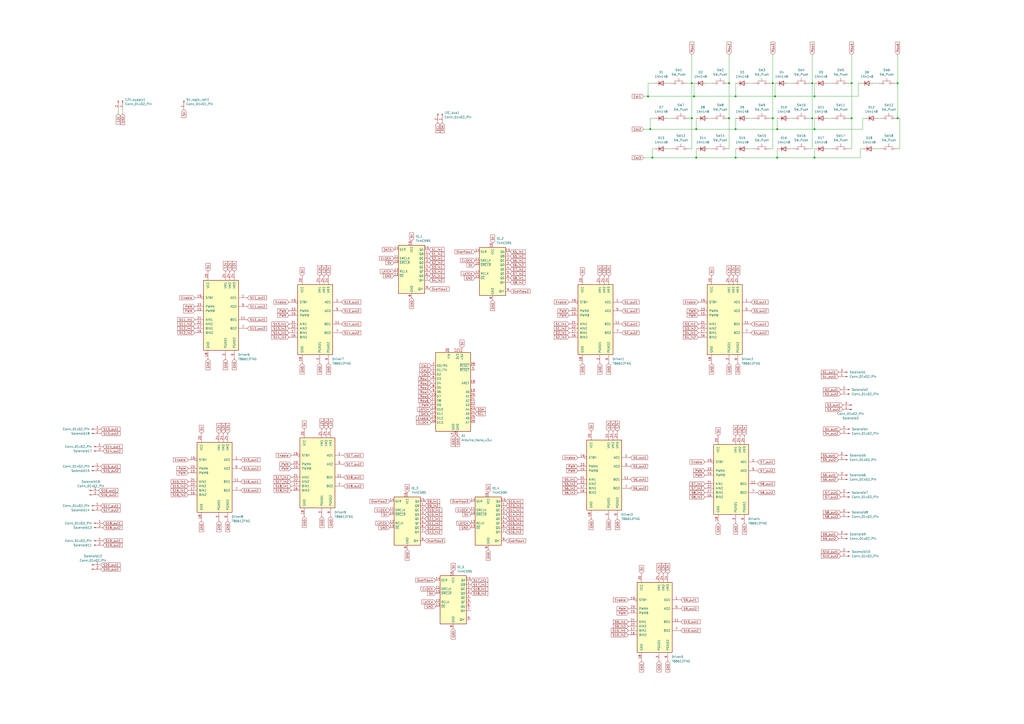
<source format=kicad_sch>
(kicad_sch (version 20250114) (generator "eeschema") (generator_version "9.0")
  (paper "A2")
  (junction (at 449.58 55.88))
  (junction (at 520.7 48.26))
  (junction (at 378.46 91.44))
  (junction (at 472.44 91.44))
  (junction (at 401.32 68.58))
  (junction (at 426.72 74.93))
  (junction (at 450.85 74.93))
  (junction (at 471.17 68.58))
  (junction (at 494.03 48.26))
  (junction (at 422.91 68.58))
  (junction (at 426.72 91.44))
  (junction (at 403.86 74.93))
  (junction (at 401.32 48.26))
  (junction (at 448.31 68.58))
  (junction (at 377.19 74.93))
  (junction (at 375.92 55.88))
  (junction (at 471.17 48.26))
  (junction (at 520.7 68.58))
  (junction (at 472.44 55.88))
  (junction (at 402.59 55.88))
  (junction (at 403.86 91.44))
  (junction (at 472.44 74.93))
  (junction (at 450.85 91.44))
  (junction (at 448.31 48.26))
  (junction (at 426.72 55.88))
  (junction (at 422.91 48.26))
  (junction (at 494.03 68.58))
  (wire (pts (xy 387.35 68.58) (xy 389.89 68.58)))
  (wire (pts (xy 378.46 86.36) (xy 378.46 91.44)))
  (wire (pts (xy 68.58 63.5) (xy 68.58 66.04)))
  (wire (pts (xy 387.35 48.26) (xy 388.62 48.26)))
  (wire (pts (xy 494.03 31.75) (xy 494.03 48.26)))
  (wire (pts (xy 509.27 68.58) (xy 510.54 68.58)))
  (wire (pts (xy 497.84 48.26) (xy 499.11 48.26)))
  (wire (pts (xy 500.38 86.36) (xy 499.11 86.36)))
  (wire (pts (xy 401.32 31.75) (xy 401.32 48.26)))
  (wire (pts (xy 471.17 48.26) (xy 471.17 68.58)))
  (wire (pts (xy 449.58 48.26) (xy 449.58 55.88)))
  (wire (pts (xy 373.38 91.44) (xy 378.46 91.44)))
  (wire (pts (xy 410.21 48.26) (xy 412.75 48.26)))
  (wire (pts (xy 469.9 86.36) (xy 471.17 86.36)))
  (wire (pts (xy 373.38 74.93) (xy 377.19 74.93)))
  (wire (pts (xy 497.84 55.88) (xy 472.44 55.88)))
  (wire (pts (xy 375.92 55.88) (xy 373.38 55.88)))
  (wire (pts (xy 492.76 48.26) (xy 494.03 48.26)))
  (wire (pts (xy 501.65 68.58) (xy 500.38 68.58)))
  (wire (pts (xy 411.48 68.58) (xy 412.75 68.58)))
  (wire (pts (xy 519.43 48.26) (xy 520.7 48.26)))
  (wire (pts (xy 375.92 48.26) (xy 375.92 55.88)))
  (wire (pts (xy 521.97 86.36) (xy 521.97 68.58)))
  (wire (pts (xy 458.47 68.58) (xy 459.74 68.58)))
  (wire (pts (xy 499.11 86.36) (xy 499.11 91.44)))
  (wire (pts (xy 401.32 48.26) (xy 401.32 68.58)))
  (wire (pts (xy 450.85 86.36) (xy 450.85 91.44)))
  (wire (pts (xy 449.58 55.88) (xy 472.44 55.88)))
  (wire (pts (xy 447.04 86.36) (xy 448.31 86.36)))
  (wire (pts (xy 400.05 86.36) (xy 401.32 86.36)))
  (wire (pts (xy 422.91 48.26) (xy 422.91 68.58)))
  (wire (pts (xy 506.73 48.26) (xy 509.27 48.26)))
  (wire (pts (xy 379.73 68.58) (xy 377.19 68.58)))
  (wire (pts (xy 398.78 48.26) (xy 401.32 48.26)))
  (wire (pts (xy 520.7 31.75) (xy 520.7 48.26)))
  (wire (pts (xy 400.05 68.58) (xy 401.32 68.58)))
  (wire (pts (xy 472.44 91.44) (xy 450.85 91.44)))
  (wire (pts (xy 500.38 68.58) (xy 500.38 74.93)))
  (wire (pts (xy 494.03 86.36) (xy 494.03 68.58)))
  (wire (pts (xy 471.17 86.36) (xy 471.17 68.58)))
  (wire (pts (xy 497.84 48.26) (xy 497.84 55.88)))
  (wire (pts (xy 450.85 68.58) (xy 450.85 74.93)))
  (wire (pts (xy 402.59 55.88) (xy 426.72 55.88)))
  (wire (pts (xy 492.76 86.36) (xy 494.03 86.36)))
  (wire (pts (xy 377.19 68.58) (xy 377.19 74.93)))
  (wire (pts (xy 480.06 68.58) (xy 482.6 68.58)))
  (wire (pts (xy 434.34 48.26) (xy 436.88 48.26)))
  (wire (pts (xy 447.04 48.26) (xy 448.31 48.26)))
  (wire (pts (xy 469.9 68.58) (xy 471.17 68.58)))
  (wire (pts (xy 499.11 91.44) (xy 472.44 91.44)))
  (wire (pts (xy 426.72 91.44) (xy 403.86 91.44)))
  (wire (pts (xy 508 86.36) (xy 510.54 86.36)))
  (wire (pts (xy 520.7 86.36) (xy 521.97 86.36)))
  (wire (pts (xy 472.44 86.36) (xy 472.44 91.44)))
  (wire (pts (xy 520.7 68.58) (xy 521.97 68.58)))
  (wire (pts (xy 434.34 68.58) (xy 436.88 68.58)))
  (wire (pts (xy 492.76 68.58) (xy 494.03 68.58)))
  (wire (pts (xy 426.72 55.88) (xy 449.58 55.88)))
  (wire (pts (xy 434.34 86.36) (xy 436.88 86.36)))
  (wire (pts (xy 480.06 48.26) (xy 482.6 48.26)))
  (wire (pts (xy 403.86 86.36) (xy 403.86 91.44)))
  (wire (pts (xy 472.44 68.58) (xy 472.44 74.93)))
  (wire (pts (xy 401.32 68.58) (xy 401.32 86.36)))
  (wire (pts (xy 379.73 86.36) (xy 378.46 86.36)))
  (wire (pts (xy 426.72 68.58) (xy 426.72 74.93)))
  (wire (pts (xy 403.86 68.58) (xy 403.86 74.93)))
  (wire (pts (xy 402.59 48.26) (xy 402.59 55.88)))
  (wire (pts (xy 494.03 48.26) (xy 494.03 68.58)))
  (wire (pts (xy 426.72 48.26) (xy 426.72 55.88)))
  (wire (pts (xy 379.73 48.26) (xy 375.92 48.26)))
  (wire (pts (xy 426.72 86.36) (xy 426.72 91.44)))
  (wire (pts (xy 450.85 91.44) (xy 426.72 91.44)))
  (wire (pts (xy 500.38 74.93) (xy 472.44 74.93)))
  (wire (pts (xy 378.46 91.44) (xy 403.86 91.44)))
  (wire (pts (xy 471.17 31.75) (xy 471.17 48.26)))
  (wire (pts (xy 448.31 31.75) (xy 448.31 48.26)))
  (wire (pts (xy 377.19 74.93) (xy 403.86 74.93)))
  (wire (pts (xy 469.9 48.26) (xy 471.17 48.26)))
  (wire (pts (xy 448.31 86.36) (xy 448.31 68.58)))
  (wire (pts (xy 422.91 68.58) (xy 422.91 86.36)))
  (wire (pts (xy 472.44 74.93) (xy 450.85 74.93)))
  (wire (pts (xy 447.04 68.58) (xy 448.31 68.58)))
  (wire (pts (xy 472.44 48.26) (xy 472.44 55.88)))
  (wire (pts (xy 480.06 86.36) (xy 482.6 86.36)))
  (wire (pts (xy 71.12 63.5) (xy 71.12 66.04)))
  (wire (pts (xy 458.47 86.36) (xy 459.74 86.36)))
  (wire (pts (xy 375.92 55.88) (xy 402.59 55.88)))
  (wire (pts (xy 422.91 31.75) (xy 422.91 48.26)))
  (wire (pts (xy 426.72 74.93) (xy 450.85 74.93)))
  (wire (pts (xy 457.2 48.26) (xy 459.74 48.26)))
  (wire (pts (xy 448.31 48.26) (xy 448.31 68.58)))
  (wire (pts (xy 411.48 86.36) (xy 412.75 86.36)))
  (wire (pts (xy 387.35 86.36) (xy 389.89 86.36)))
  (wire (pts (xy 520.7 48.26) (xy 520.7 68.58)))
  (wire (pts (xy 403.86 74.93) (xy 426.72 74.93)))
  (global_label "S13_in1" (shape input) (at 167.64 187.96 180) (property "Intersheetrefs" "${INTERSHEET_REFS}" (effects (hide yes))))
  (global_label "5V" (shape input) (at 416.56 252.73 90) (property "Intersheetrefs" "${INTERSHEET_REFS}" (effects (hide yes))))
  (global_label "S5_in2" (shape input) (at 295.91 148.59 0) (property "Intersheetrefs" "${INTERSHEET_REFS}" (effects (hide yes))))
  (global_label "S4_out1" (shape input) (at 435.61 187.96 0) (property "Intersheetrefs" "${INTERSHEET_REFS}" (effects (hide yes))))
  (global_label "S11_in2" (shape input) (at 113.03 187.96 180) (property "Intersheetrefs" "${INTERSHEET_REFS}" (effects (hide yes))))
  (global_label "S7_out2" (shape input) (at 487.68 288.29 180) (property "Intersheetrefs" "${INTERSHEET_REFS}" (effects (hide yes))))
  (global_label "S15_out2" (shape input) (at 58.42 273.05 0) (property "Intersheetrefs" "${INTERSHEET_REFS}" (effects (hide yes))))
  (global_label "GND" (shape input) (at 427.99 210.82 270) (property "Intersheetrefs" "${INTERSHEET_REFS}" (effects (hide yes))))
  (global_label "GND" (shape input) (at 238.76 172.72 270) (property "Intersheetrefs" "${INTERSHEET_REFS}" (effects (hide yes))))
  (global_label "S9_out1" (shape input) (at 486.41 309.88 180) (property "Intersheetrefs" "${INTERSHEET_REFS}" (effects (hide yes))))
  (global_label "S5_out2" (shape input) (at 365.76 270.51 0) (property "Intersheetrefs" "${INTERSHEET_REFS}" (effects (hide yes))))
  (global_label "Enable" (shape input) (at 405.13 175.26 180) (property "Intersheetrefs" "${INTERSHEET_REFS}" (effects (hide yes))))
  (global_label "S7_in1" (shape input) (at 408.94 280.67 180) (property "Intersheetrefs" "${INTERSHEET_REFS}" (effects (hide yes))))
  (global_label "S16_out1" (shape input) (at 57.15 284.48 0) (property "Intersheetrefs" "${INTERSHEET_REFS}" (effects (hide yes))))
  (global_label "S2_in2" (shape input) (at 248.92 152.4 0) (property "Intersheetrefs" "${INTERSHEET_REFS}" (effects (hide yes))))
  (global_label "Overflow2" (shape input) (at 295.91 168.91 0) (property "Intersheetrefs" "${INTERSHEET_REFS}" (effects (hide yes))))
  (global_label "GND" (shape input) (at 283.21 318.77 270) (property "Intersheetrefs" "${INTERSHEET_REFS}" (effects (hide yes))))
  (global_label "S4_out1" (shape input) (at 487.68 248.92 180) (property "Intersheetrefs" "${INTERSHEET_REFS}" (effects (hide yes))))
  (global_label "S11_out2" (shape input) (at 143.51 177.8 0) (property "Intersheetrefs" "${INTERSHEET_REFS}" (effects (hide yes))))
  (global_label "5V" (shape input) (at 412.75 160.02 90) (property "Intersheetrefs" "${INTERSHEET_REFS}" (effects (hide yes))))
  (global_label "S4_out2" (shape input) (at 487.68 251.46 180) (property "Intersheetrefs" "${INTERSHEET_REFS}" (effects (hide yes))))
  (global_label "S15_out1" (shape input) (at 139.7 266.7 0) (property "Intersheetrefs" "${INTERSHEET_REFS}" (effects (hide yes))))
  (global_label "S8_in1" (shape input) (at 295.91 161.29 0) (property "Intersheetrefs" "${INTERSHEET_REFS}" (effects (hide yes))))
  (global_label "S16_in1" (shape input) (at 293.37 306.07 0) (property "Intersheetrefs" "${INTERSHEET_REFS}" (effects (hide yes))))
  (global_label "S1_in2" (shape input) (at 330.2 190.5 180) (property "Intersheetrefs" "${INTERSHEET_REFS}" (effects (hide yes))))
  (global_label "12V" (shape input) (at 133.35 157.48 90) (property "Intersheetrefs" "${INTERSHEET_REFS}" (effects (hide yes))))
  (global_label "Overflow4" (shape input) (at 252.73 336.55 180) (property "Intersheetrefs" "${INTERSHEET_REFS}" (effects (hide yes))))
  (global_label "5V" (shape input) (at 120.65 157.48 90) (property "Intersheetrefs" "${INTERSHEET_REFS}" (effects (hide yes))))
  (global_label "S6_out2" (shape input) (at 486.41 278.13 180) (property "Intersheetrefs" "${INTERSHEET_REFS}" (effects (hide yes))))
  (global_label "S6_in2" (shape input) (at 335.28 285.75 180) (property "Intersheetrefs" "${INTERSHEET_REFS}" (effects (hide yes))))
  (global_label "S9_in1" (shape input) (at 246.38 290.83 0) (property "Intersheetrefs" "${INTERSHEET_REFS}" (effects (hide yes))))
  (global_label "S9_out1" (shape input) (at 394.97 347.98 0) (property "Intersheetrefs" "${INTERSHEET_REFS}" (effects (hide yes))))
  (global_label "S3_in2" (shape input) (at 248.92 157.48 0) (property "Intersheetrefs" "${INTERSHEET_REFS}" (effects (hide yes))))
  (global_label "GND" (shape input) (at 190.5 210.82 270) (property "Intersheetrefs" "${INTERSHEET_REFS}" (effects (hide yes))))
  (global_label "S11_in1" (shape input) (at 246.38 300.99 0) (property "Intersheetrefs" "${INTERSHEET_REFS}" (effects (hide yes))))
  (global_label "S15_in2" (shape input) (at 293.37 303.53 0) (property "Intersheetrefs" "${INTERSHEET_REFS}" (effects (hide yes))))
  (global_label "GND" (shape input) (at 347.98 210.82 270) (property "Intersheetrefs" "${INTERSHEET_REFS}" (effects (hide yes))))
  (global_label "12V" (shape input) (at 347.98 160.02 90) (property "Intersheetrefs" "${INTERSHEET_REFS}" (effects (hide yes))))
  (global_label "GND" (shape input) (at 372.11 383.54 270) (property "Intersheetrefs" "${INTERSHEET_REFS}" (effects (hide yes))))
  (global_label "12V" (shape input) (at 135.89 157.48 90) (property "Intersheetrefs" "${INTERSHEET_REFS}" (effects (hide yes))))
  (global_label "Col2" (shape input) (at 373.38 74.93 180) (property "Intersheetrefs" "${INTERSHEET_REFS}" (effects (hide yes))))
  (global_label "GND" (shape input) (at 116.84 302.26 270) (property "Intersheetrefs" "${INTERSHEET_REFS}" (effects (hide yes))))
  (global_label "S13_out2" (shape input) (at 58.42 251.46 0) (property "Intersheetrefs" "${INTERSHEET_REFS}" (effects (hide yes))))
  (global_label "LATCH" (shape input) (at 273.05 303.53 180) (property "Intersheetrefs" "${INTERSHEET_REFS}" (effects (hide yes))))
  (global_label "PWM" (shape input) (at 109.22 271.78 180) (property "Intersheetrefs" "${INTERSHEET_REFS}" (effects (hide yes))))
  (global_label "S14_out1" (shape input) (at 198.12 187.96 0) (property "Intersheetrefs" "${INTERSHEET_REFS}" (effects (hide yes))))
  (global_label "12V" (shape input) (at 350.52 160.02 90) (property "Intersheetrefs" "${INTERSHEET_REFS}" (effects (hide yes))))
  (global_label "5V" (shape input) (at 252.73 344.17 180) (property "Intersheetrefs" "${INTERSHEET_REFS}" (effects (hide yes))))
  (global_label "S7_out2" (shape input) (at 439.42 273.05 0) (property "Intersheetrefs" "${INTERSHEET_REFS}" (effects (hide yes))))
  (global_label "S8_out2" (shape input) (at 487.68 299.72 180) (property "Intersheetrefs" "${INTERSHEET_REFS}" (effects (hide yes))))
  (global_label "CLOCK" (shape input) (at 252.73 341.63 180) (property "Intersheetrefs" "${INTERSHEET_REFS}" (effects (hide yes))))
  (global_label "S9_in2" (shape input) (at 364.49 363.22 180) (property "Intersheetrefs" "${INTERSHEET_REFS}" (effects (hide yes))))
  (global_label "GND" (shape input) (at 275.59 161.29 180) (property "Intersheetrefs" "${INTERSHEET_REFS}" (effects (hide yes))))
  (global_label "S9_out2" (shape input) (at 486.41 312.42 180) (property "Intersheetrefs" "${INTERSHEET_REFS}" (effects (hide yes))))
  (global_label "S11_out1" (shape input) (at 143.51 172.72 0) (property "Intersheetrefs" "${INTERSHEET_REFS}" (effects (hide yes))))
  (global_label "Row6" (shape input) (at 250.19 232.41 180) (property "Intersheetrefs" "${INTERSHEET_REFS}" (effects (hide yes))))
  (global_label "GND" (shape input) (at 228.6 160.02 180) (property "Intersheetrefs" "${INTERSHEET_REFS}" (effects (hide yes))))
  (global_label "S17_in2" (shape input) (at 273.05 339.09 0) (property "Intersheetrefs" "${INTERSHEET_REFS}" (effects (hide yes))))
  (global_label "S8_in1" (shape input) (at 408.94 285.75 180) (property "Intersheetrefs" "${INTERSHEET_REFS}" (effects (hide yes))))
  (global_label "DATA" (shape input) (at 250.19 240.03 180) (property "Intersheetrefs" "${INTERSHEET_REFS}" (effects (hide yes))))
  (global_label "Enable" (shape input) (at 168.91 264.16 180) (property "Intersheetrefs" "${INTERSHEET_REFS}" (effects (hide yes))))
  (global_label "S20_out2" (shape input) (at 58.42 330.2 0) (property "Intersheetrefs" "${INTERSHEET_REFS}" (effects (hide yes))))
  (global_label "GND" (shape input) (at 353.06 300.99 270) (property "Intersheetrefs" "${INTERSHEET_REFS}" (effects (hide yes))))
  (global_label "GND" (shape input) (at 387.35 383.54 270) (property "Intersheetrefs" "${INTERSHEET_REFS}" (effects (hide yes))))
  (global_label "S14_in1" (shape input) (at 167.64 193.04 180) (property "Intersheetrefs" "${INTERSHEET_REFS}" (effects (hide yes))))
  (global_label "Row1" (shape input) (at 401.32 31.75 90) (property "Intersheetrefs" "${INTERSHEET_REFS}" (effects (hide yes))))
  (global_label "5V" (shape input) (at 106.68 63.5 270) (property "Intersheetrefs" "${INTERSHEET_REFS}" (effects (hide yes))))
  (global_label "GND" (shape input) (at 426.72 303.53 270) (property "Intersheetrefs" "${INTERSHEET_REFS}" (effects (hide yes))))
  (global_label "Overflow1" (shape input) (at 275.59 146.05 180) (property "Intersheetrefs" "${INTERSHEET_REFS}" (effects (hide yes))))
  (global_label "S10_out1" (shape input) (at 394.97 360.68 0) (property "Intersheetrefs" "${INTERSHEET_REFS}" (effects (hide yes))))
  (global_label "12V" (shape input) (at 382.27 332.74 90) (property "Intersheetrefs" "${INTERSHEET_REFS}" (effects (hide yes))))
  (global_label "S18_in1" (shape input) (at 273.05 341.63 0) (property "Intersheetrefs" "${INTERSHEET_REFS}" (effects (hide yes))))
  (global_label "GND" (shape input) (at 412.75 210.82 270) (property "Intersheetrefs" "${INTERSHEET_REFS}" (effects (hide yes))))
  (global_label "PWM" (shape input) (at 408.94 273.05 180) (property "Intersheetrefs" "${INTERSHEET_REFS}" (effects (hide yes))))
  (global_label "S15_in1" (shape input) (at 293.37 300.99 0) (property "Intersheetrefs" "${INTERSHEET_REFS}" (effects (hide yes))))
  (global_label "S10_out1" (shape input) (at 487.68 320.04 180) (property "Intersheetrefs" "${INTERSHEET_REFS}" (effects (hide yes))))
  (global_label "S17_out1" (shape input) (at 58.42 293.37 0) (property "Intersheetrefs" "${INTERSHEET_REFS}" (effects (hide yes))))
  (global_label "S14_out2" (shape input) (at 59.69 261.62 0) (property "Intersheetrefs" "${INTERSHEET_REFS}" (effects (hide yes))))
  (global_label "GND" (shape input) (at 185.42 210.82 270) (property "Intersheetrefs" "${INTERSHEET_REFS}" (effects (hide yes))))
  (global_label "LATCH" (shape input) (at 226.06 303.53 180) (property "Intersheetrefs" "${INTERSHEET_REFS}" (effects (hide yes))))
  (global_label "S17_out2" (shape input) (at 58.42 295.91 0) (property "Intersheetrefs" "${INTERSHEET_REFS}" (effects (hide yes))))
  (global_label "S6_in2" (shape input) (at 295.91 153.67 0) (property "Intersheetrefs" "${INTERSHEET_REFS}" (effects (hide yes))))
  (global_label "12V" (shape input) (at 187.96 160.02 90) (property "Intersheetrefs" "${INTERSHEET_REFS}" (effects (hide yes))))
  (global_label "Col1" (shape input) (at 373.38 55.88 180) (property "Intersheetrefs" "${INTERSHEET_REFS}" (effects (hide yes))))
  (global_label "Row1" (shape input) (at 250.19 219.71 180) (property "Intersheetrefs" "${INTERSHEET_REFS}" (effects (hide yes))))
  (global_label "LATCH" (shape input) (at 275.59 158.75 180) (property "Intersheetrefs" "${INTERSHEET_REFS}" (effects (hide yes))))
  (global_label "S2_out2" (shape input) (at 360.68 193.04 0) (property "Intersheetrefs" "${INTERSHEET_REFS}" (effects (hide yes))))
  (global_label "S18_out1" (shape input) (at 59.69 303.53 0) (property "Intersheetrefs" "${INTERSHEET_REFS}" (effects (hide yes))))
  (global_label "CLOCK" (shape input) (at 228.6 149.86 180) (property "Intersheetrefs" "${INTERSHEET_REFS}" (effects (hide yes))))
  (global_label "S14_out1" (shape input) (at 59.69 259.08 0) (property "Intersheetrefs" "${INTERSHEET_REFS}" (effects (hide yes))))
  (global_label "12V" (shape input) (at 358.14 250.19 90) (property "Intersheetrefs" "${INTERSHEET_REFS}" (effects (hide yes))))
  (global_label "PWM" (shape input) (at 405.13 180.34 180) (property "Intersheetrefs" "${INTERSHEET_REFS}" (effects (hide yes))))
  (global_label "12V" (shape input) (at 191.77 248.92 90) (property "Intersheetrefs" "${INTERSHEET_REFS}" (effects (hide yes))))
  (global_label "S5_out2" (shape input) (at 486.41 266.7 180) (property "Intersheetrefs" "${INTERSHEET_REFS}" (effects (hide yes))))
  (global_label "S18_in1" (shape input) (at 168.91 281.94 180) (property "Intersheetrefs" "${INTERSHEET_REFS}" (effects (hide yes))))
  (global_label "S17_out2" (shape input) (at 199.39 269.24 0) (property "Intersheetrefs" "${INTERSHEET_REFS}" (effects (hide yes))))
  (global_label "SCL" (shape input) (at 254 71.12 270) (property "Intersheetrefs" "${INTERSHEET_REFS}" (effects (hide yes))))
  (global_label "S2_in1" (shape input) (at 330.2 193.04 180) (property "Intersheetrefs" "${INTERSHEET_REFS}" (effects (hide yes))))
  (global_label "GND" (shape input) (at 130.81 208.28 270) (property "Intersheetrefs" "${INTERSHEET_REFS}" (effects (hide yes))))
  (global_label "S6_in1" (shape input) (at 335.28 283.21 180) (property "Intersheetrefs" "${INTERSHEET_REFS}" (effects (hide yes))))
  (global_label "5V" (shape input) (at 283.21 285.75 90) (property "Intersheetrefs" "${INTERSHEET_REFS}" (effects (hide yes))))
  (global_label "S12_in2" (shape input) (at 113.03 193.04 180) (property "Intersheetrefs" "${INTERSHEET_REFS}" (effects (hide yes))))
  (global_label "PWM" (shape input) (at 364.49 355.6 180) (property "Intersheetrefs" "${INTERSHEET_REFS}" (effects (hide yes))))
  (global_label "PWM" (shape input) (at 109.22 274.32 180) (property "Intersheetrefs" "${INTERSHEET_REFS}" (effects (hide yes))))
  (global_label "Row3" (shape input) (at 250.19 224.79 180) (property "Intersheetrefs" "${INTERSHEET_REFS}" (effects (hide yes))))
  (global_label "5V" (shape input) (at 273.05 298.45 180) (property "Intersheetrefs" "${INTERSHEET_REFS}" (effects (hide yes))))
  (global_label "12V" (shape input) (at 353.06 250.19 90) (property "Intersheetrefs" "${INTERSHEET_REFS}" (effects (hide yes))))
  (global_label "CLOCK" (shape input) (at 273.05 295.91 180) (property "Intersheetrefs" "${INTERSHEET_REFS}" (effects (hide yes))))
  (global_label "S12_out1" (shape input) (at 143.51 185.42 0) (property "Intersheetrefs" "${INTERSHEET_REFS}" (effects (hide yes))))
  (global_label "S1_out1" (shape input) (at 360.68 175.26 0) (property "Intersheetrefs" "${INTERSHEET_REFS}" (effects (hide yes))))
  (global_label "5V" (shape input) (at 228.6 152.4 180) (property "Intersheetrefs" "${INTERSHEET_REFS}" (effects (hide yes))))
  (global_label "PWM" (shape input) (at 250.19 234.95 180) (property "Intersheetrefs" "${INTERSHEET_REFS}" (effects (hide yes))))
  (global_label "S15_out2" (shape input) (at 139.7 271.78 0) (property "Intersheetrefs" "${INTERSHEET_REFS}" (effects (hide yes))))
  (global_label "Overflow3" (shape input) (at 273.05 290.83 180) (property "Intersheetrefs" "${INTERSHEET_REFS}" (effects (hide yes))))
  (global_label "S6_in1" (shape input) (at 295.91 151.13 0) (property "Intersheetrefs" "${INTERSHEET_REFS}" (effects (hide yes))))
  (global_label "S14_in2" (shape input) (at 167.64 195.58 180) (property "Intersheetrefs" "${INTERSHEET_REFS}" (effects (hide yes))))
  (global_label "S4_out2" (shape input) (at 435.61 193.04 0) (property "Intersheetrefs" "${INTERSHEET_REFS}" (effects (hide yes))))
  (global_label "S17_out1" (shape input) (at 199.39 264.16 0) (property "Intersheetrefs" "${INTERSHEET_REFS}" (effects (hide yes))))
  (global_label "S8_out2" (shape input) (at 439.42 285.75 0) (property "Intersheetrefs" "${INTERSHEET_REFS}" (effects (hide yes))))
  (global_label "S16_out2" (shape input) (at 57.15 287.02 0) (property "Intersheetrefs" "${INTERSHEET_REFS}" (effects (hide yes))))
  (global_label "GND" (shape input) (at 353.06 210.82 270) (property "Intersheetrefs" "${INTERSHEET_REFS}" (effects (hide yes))))
  (global_label "S5_in1" (shape input) (at 335.28 278.13 180) (property "Intersheetrefs" "${INTERSHEET_REFS}" (effects (hide yes))))
  (global_label "S10_in2" (shape input) (at 246.38 298.45 0) (property "Intersheetrefs" "${INTERSHEET_REFS}" (effects (hide yes))))
  (global_label "S4_in2" (shape input) (at 405.13 195.58 180) (property "Intersheetrefs" "${INTERSHEET_REFS}" (effects (hide yes))))
  (global_label "GND" (shape input) (at 127 302.26 270) (property "Intersheetrefs" "${INTERSHEET_REFS}" (effects (hide yes))))
  (global_label "S4_in2" (shape input) (at 248.92 162.56 0) (property "Intersheetrefs" "${INTERSHEET_REFS}" (effects (hide yes))))
  (global_label "12V" (shape input) (at 190.5 160.02 90) (property "Intersheetrefs" "${INTERSHEET_REFS}" (effects (hide yes))))
  (global_label "S1_out2" (shape input) (at 486.41 218.44 180) (property "Intersheetrefs" "${INTERSHEET_REFS}" (effects (hide yes))))
  (global_label "Col3" (shape input) (at 373.38 91.44 180) (property "Intersheetrefs" "${INTERSHEET_REFS}" (effects (hide yes))))
  (global_label "S4_in1" (shape input) (at 248.92 160.02 0) (property "Intersheetrefs" "${INTERSHEET_REFS}" (effects (hide yes))))
  (global_label "GND" (shape input) (at 236.22 318.77 270) (property "Intersheetrefs" "${INTERSHEET_REFS}" (effects (hide yes))))
  (global_label "PWM" (shape input) (at 113.03 177.8 180) (property "Intersheetrefs" "${INTERSHEET_REFS}" (effects (hide yes))))
  (global_label "S14_in2" (shape input) (at 293.37 298.45 0) (property "Intersheetrefs" "${INTERSHEET_REFS}" (effects (hide yes))))
  (global_label "GND" (shape input) (at 342.9 300.99 270) (property "Intersheetrefs" "${INTERSHEET_REFS}" (effects (hide yes))))
  (global_label "S12_out2" (shape input) (at 143.51 190.5 0) (property "Intersheetrefs" "${INTERSHEET_REFS}" (effects (hide yes))))
  (global_label "LATCH" (shape input) (at 228.6 157.48 180) (property "Intersheetrefs" "${INTERSHEET_REFS}" (effects (hide yes))))
  (global_label "Row6" (shape input) (at 520.7 31.75 90) (property "Intersheetrefs" "${INTERSHEET_REFS}" (effects (hide yes))))
  (global_label "PWM" (shape input) (at 168.91 269.24 180) (property "Intersheetrefs" "${INTERSHEET_REFS}" (effects (hide yes))))
  (global_label "S15_out1" (shape input) (at 58.42 270.51 0) (property "Intersheetrefs" "${INTERSHEET_REFS}" (effects (hide yes))))
  (global_label "S5_in2" (shape input) (at 335.28 280.67 180) (property "Intersheetrefs" "${INTERSHEET_REFS}" (effects (hide yes))))
  (global_label "S10_in1" (shape input) (at 246.38 295.91 0) (property "Intersheetrefs" "${INTERSHEET_REFS}" (effects (hide yes))))
  (global_label "S16_in1" (shape input) (at 109.22 284.48 180) (property "Intersheetrefs" "${INTERSHEET_REFS}" (effects (hide yes))))
  (global_label "S2_out1" (shape input) (at 487.68 226.06 180) (property "Intersheetrefs" "${INTERSHEET_REFS}" (effects (hide yes))))
  (global_label "S16_out1" (shape input) (at 139.7 279.4 0) (property "Intersheetrefs" "${INTERSHEET_REFS}" (effects (hide yes))))
  (global_label "GND" (shape input) (at 285.75 173.99 270) (property "Intersheetrefs" "${INTERSHEET_REFS}" (effects (hide yes))))
  (global_label "5V" (shape input) (at 267.97 201.93 90) (property "Intersheetrefs" "${INTERSHEET_REFS}" (effects (hide yes))))
  (global_label "S8_in2" (shape input) (at 295.91 163.83 0) (property "Intersheetrefs" "${INTERSHEET_REFS}" (effects (hide yes))))
  (global_label "S3_in2" (shape input) (at 405.13 190.5 180) (property "Intersheetrefs" "${INTERSHEET_REFS}" (effects (hide yes))))
  (global_label "S7_in1" (shape input) (at 295.91 156.21 0) (property "Intersheetrefs" "${INTERSHEET_REFS}" (effects (hide yes))))
  (global_label "5V" (shape input) (at 226.06 298.45 180) (property "Intersheetrefs" "${INTERSHEET_REFS}" (effects (hide yes))))
  (global_label "S5_out1" (shape input) (at 365.76 265.43 0) (property "Intersheetrefs" "${INTERSHEET_REFS}" (effects (hide yes))))
  (global_label "GND" (shape input) (at 191.77 299.72 270) (property "Intersheetrefs" "${INTERSHEET_REFS}" (effects (hide yes))))
  (global_label "12V" (shape input) (at 68.58 66.04 270) (property "Intersheetrefs" "${INTERSHEET_REFS}" (effects (hide yes))))
  (global_label "12V" (shape input) (at 186.69 248.92 90) (property "Intersheetrefs" "${INTERSHEET_REFS}" (effects (hide yes))))
  (global_label "12V" (shape input) (at 189.23 248.92 90) (property "Intersheetrefs" "${INTERSHEET_REFS}" (effects (hide yes))))
  (global_label "PWM" (shape input) (at 364.49 353.06 180) (property "Intersheetrefs" "${INTERSHEET_REFS}" (effects (hide yes))))
  (global_label "Enable" (shape input) (at 335.28 265.43 180) (property "Intersheetrefs" "${INTERSHEET_REFS}" (effects (hide yes))))
  (global_label "S11_in2" (shape input) (at 246.38 303.53 0) (property "Intersheetrefs" "${INTERSHEET_REFS}" (effects (hide yes))))
  (global_label "S1_out1" (shape input) (at 486.41 215.9 180) (property "Intersheetrefs" "${INTERSHEET_REFS}" (effects (hide yes))))
  (global_label "Row2" (shape input) (at 422.91 31.75 90) (property "Intersheetrefs" "${INTERSHEET_REFS}" (effects (hide yes))))
  (global_label "5V" (shape input) (at 337.82 160.02 90) (property "Intersheetrefs" "${INTERSHEET_REFS}" (effects (hide yes))))
  (global_label "LATCH" (shape input) (at 250.19 237.49 180) (property "Intersheetrefs" "${INTERSHEET_REFS}" (effects (hide yes))))
  (global_label "GND" (shape input) (at 262.89 364.49 270) (property "Intersheetrefs" "${INTERSHEET_REFS}" (effects (hide yes))))
  (global_label "Row5" (shape input) (at 250.19 229.87 180) (property "Intersheetrefs" "${INTERSHEET_REFS}" (effects (hide yes))))
  (global_label "DATA" (shape input) (at 228.6 144.78 180) (property "Intersheetrefs" "${INTERSHEET_REFS}" (effects (hide yes))))
  (global_label "GND" (shape input) (at 337.82 210.82 270) (property "Intersheetrefs" "${INTERSHEET_REFS}" (effects (hide yes))))
  (global_label "S3_in1" (shape input) (at 405.13 187.96 180) (property "Intersheetrefs" "${INTERSHEET_REFS}" (effects (hide yes))))
  (global_label "PWM" (shape input) (at 335.28 270.51 180) (property "Intersheetrefs" "${INTERSHEET_REFS}" (effects (hide yes))))
  (global_label "12V" (shape input) (at 427.99 160.02 90) (property "Intersheetrefs" "${INTERSHEET_REFS}" (effects (hide yes))))
  (global_label "5V" (shape input) (at 285.75 140.97 90) (property "Intersheetrefs" "${INTERSHEET_REFS}" (effects (hide yes))))
  (global_label "Enable" (shape input) (at 250.19 242.57 180) (property "Intersheetrefs" "${INTERSHEET_REFS}" (effects (hide yes))))
  (global_label "Enable" (shape input) (at 167.64 175.26 180) (property "Intersheetrefs" "${INTERSHEET_REFS}" (effects (hide yes))))
  (global_label "Col2" (shape input) (at 250.19 214.63 180) (property "Intersheetrefs" "${INTERSHEET_REFS}" (effects (hide yes))))
  (global_label "S11_in1" (shape input) (at 113.03 185.42 180) (property "Intersheetrefs" "${INTERSHEET_REFS}" (effects (hide yes))))
  (global_label "S5_in1" (shape input) (at 295.91 146.05 0) (property "Intersheetrefs" "${INTERSHEET_REFS}" (effects (hide yes))))
  (global_label "S8_in2" (shape input) (at 408.94 288.29 180) (property "Intersheetrefs" "${INTERSHEET_REFS}" (effects (hide yes))))
  (global_label "S2_out2" (shape input) (at 487.68 228.6 180) (property "Intersheetrefs" "${INTERSHEET_REFS}" (effects (hide yes))))
  (global_label "PWM" (shape input) (at 167.64 180.34 180) (property "Intersheetrefs" "${INTERSHEET_REFS}" (effects (hide yes))))
  (global_label "S7_out1" (shape input) (at 439.42 267.97 0) (property "Intersheetrefs" "${INTERSHEET_REFS}" (effects (hide yes))))
  (global_label "Col3" (shape input) (at 250.19 217.17 180) (property "Intersheetrefs" "${INTERSHEET_REFS}" (effects (hide yes))))
  (global_label "12V" (shape input) (at 185.42 160.02 90) (property "Intersheetrefs" "${INTERSHEET_REFS}" (effects (hide yes))))
  (global_label "S5_out1" (shape input) (at 486.41 264.16 180) (property "Intersheetrefs" "${INTERSHEET_REFS}" (effects (hide yes))))
  (global_label "S6_out2" (shape input) (at 365.76 283.21 0) (property "Intersheetrefs" "${INTERSHEET_REFS}" (effects (hide yes))))
  (global_label "S16_in2" (shape input) (at 293.37 308.61 0) (property "Intersheetrefs" "${INTERSHEET_REFS}" (effects (hide yes))))
  (global_label "GND" (shape input) (at 175.26 210.82 270) (property "Intersheetrefs" "${INTERSHEET_REFS}" (effects (hide yes))))
  (global_label "PWM" (shape input) (at 168.91 271.78 180) (property "Intersheetrefs" "${INTERSHEET_REFS}" (effects (hide yes))))
  (global_label "PWM" (shape input) (at 405.13 182.88 180) (property "Intersheetrefs" "${INTERSHEET_REFS}" (effects (hide yes))))
  (global_label "S16_in2" (shape input) (at 109.22 287.02 180) (property "Intersheetrefs" "${INTERSHEET_REFS}" (effects (hide yes))))
  (global_label "S19_out2" (shape input) (at 59.69 316.23 0) (property "Intersheetrefs" "${INTERSHEET_REFS}" (effects (hide yes))))
  (global_label "Enable" (shape input) (at 408.94 267.97 180) (property "Intersheetrefs" "${INTERSHEET_REFS}" (effects (hide yes))))
  (global_label "5V" (shape input) (at 275.59 153.67 180) (property "Intersheetrefs" "${INTERSHEET_REFS}" (effects (hide yes))))
  (global_label "S13_in2" (shape input) (at 167.64 190.5 180) (property "Intersheetrefs" "${INTERSHEET_REFS}" (effects (hide yes))))
  (global_label "S8_out1" (shape input) (at 487.68 297.18 180) (property "Intersheetrefs" "${INTERSHEET_REFS}" (effects (hide yes))))
  (global_label "GND" (shape input) (at 252.73 351.79 180) (property "Intersheetrefs" "${INTERSHEET_REFS}" (effects (hide yes))))
  (global_label "5V" (shape input) (at 116.84 251.46 90) (property "Intersheetrefs" "${INTERSHEET_REFS}" (effects (hide yes))))
  (global_label "GND" (shape input) (at 132.08 302.26 270) (property "Intersheetrefs" "${INTERSHEET_REFS}" (effects (hide yes))))
  (global_label "GND" (shape input) (at 265.43 252.73 270) (property "Intersheetrefs" "${INTERSHEET_REFS}" (effects (hide yes))))
  (global_label "S13_out2" (shape input) (at 198.12 180.34 0) (property "Intersheetrefs" "${INTERSHEET_REFS}" (effects (hide yes))))
  (global_label "PWM" (shape input) (at 330.2 180.34 180) (property "Intersheetrefs" "${INTERSHEET_REFS}" (effects (hide yes))))
  (global_label "GND" (shape input) (at 262.89 252.73 270) (property "Intersheetrefs" "${INTERSHEET_REFS}" (effects (hide yes))))
  (global_label "PWM" (shape input) (at 330.2 182.88 180) (property "Intersheetrefs" "${INTERSHEET_REFS}" (effects (hide yes))))
  (global_label "Enable" (shape input) (at 364.49 347.98 180) (property "Intersheetrefs" "${INTERSHEET_REFS}" (effects (hide yes))))
  (global_label "S2_in1" (shape input) (at 248.92 149.86 0) (property "Intersheetrefs" "${INTERSHEET_REFS}" (effects (hide yes))))
  (global_label "12V" (shape input) (at 132.08 251.46 90) (property "Intersheetrefs" "${INTERSHEET_REFS}" (effects (hide yes))))
  (global_label "12V" (shape input) (at 355.6 250.19 90) (property "Intersheetrefs" "${INTERSHEET_REFS}" (effects (hide yes))))
  (global_label "12V" (shape input) (at 130.81 157.48 90) (property "Intersheetrefs" "${INTERSHEET_REFS}" (effects (hide yes))))
  (global_label "S12_in1" (shape input) (at 113.03 190.5 180) (property "Intersheetrefs" "${INTERSHEET_REFS}" (effects (hide yes))))
  (global_label "S8_out1" (shape input) (at 439.42 280.67 0) (property "Intersheetrefs" "${INTERSHEET_REFS}" (effects (hide yes))))
  (global_label "S10_in2" (shape input) (at 364.49 368.3 180) (property "Intersheetrefs" "${INTERSHEET_REFS}" (effects (hide yes))))
  (global_label "Row5" (shape input) (at 494.03 31.75 90) (property "Intersheetrefs" "${INTERSHEET_REFS}" (effects (hide yes))))
  (global_label "GND" (shape input) (at 358.14 300.99 270) (property "Intersheetrefs" "${INTERSHEET_REFS}" (effects (hide yes))))
  (global_label "S13_in1" (shape input) (at 293.37 290.83 0) (property "Intersheetrefs" "${INTERSHEET_REFS}" (effects (hide yes))))
  (global_label "S2_in2" (shape input) (at 330.2 195.58 180) (property "Intersheetrefs" "${INTERSHEET_REFS}" (effects (hide yes))))
  (global_label "S17_in1" (shape input) (at 273.05 336.55 0) (property "Intersheetrefs" "${INTERSHEET_REFS}" (effects (hide yes))))
  (global_label "S7_out1" (shape input) (at 487.68 285.75 180) (property "Intersheetrefs" "${INTERSHEET_REFS}" (effects (hide yes))))
  (global_label "12V" (shape input) (at 431.8 252.73 90) (property "Intersheetrefs" "${INTERSHEET_REFS}" (effects (hide yes))))
  (global_label "S14_in1" (shape input) (at 293.37 295.91 0) (property "Intersheetrefs" "${INTERSHEET_REFS}" (effects (hide yes))))
  (global_label "S18_in2" (shape input) (at 168.91 284.48 180) (property "Intersheetrefs" "${INTERSHEET_REFS}" (effects (hide yes))))
  (global_label "12V" (shape input) (at 429.26 252.73 90) (property "Intersheetrefs" "${INTERSHEET_REFS}" (effects (hide yes))))
  (global_label "Row3" (shape input) (at 448.31 31.75 90) (property "Intersheetrefs" "${INTERSHEET_REFS}" (effects (hide yes))))
  (global_label "S12_in1" (shape input) (at 246.38 306.07 0) (property "Intersheetrefs" "${INTERSHEET_REFS}" (effects (hide yes))))
  (global_label "PWM" (shape input) (at 113.03 180.34 180) (property "Intersheetrefs" "${INTERSHEET_REFS}" (effects (hide yes))))
  (global_label "S3_out1" (shape input) (at 488.95 234.95 180) (property "Intersheetrefs" "${INTERSHEET_REFS}" (effects (hide yes))))
  (global_label "12V" (shape input) (at 422.91 160.02 90) (property "Intersheetrefs" "${INTERSHEET_REFS}" (effects (hide yes))))
  (global_label "GND" (shape input) (at 186.69 299.72 270) (property "Intersheetrefs" "${INTERSHEET_REFS}" (effects (hide yes))))
  (global_label "GND" (shape input) (at 382.27 383.54 270) (property "Intersheetrefs" "${INTERSHEET_REFS}" (effects (hide yes))))
  (global_label "Enable" (shape input) (at 113.03 172.72 180) (property "Intersheetrefs" "${INTERSHEET_REFS}" (effects (hide yes))))
  (global_label "SDA" (shape input) (at 256.54 71.12 270) (property "Intersheetrefs" "${INTERSHEET_REFS}" (effects (hide yes))))
  (global_label "12V" (shape input) (at 129.54 251.46 90) (property "Intersheetrefs" "${INTERSHEET_REFS}" (effects (hide yes))))
  (global_label "S2_out1" (shape input) (at 360.68 187.96 0) (property "Intersheetrefs" "${INTERSHEET_REFS}" (effects (hide yes))))
  (global_label "Overflow3" (shape input) (at 246.38 313.69 0) (property "Intersheetrefs" "${INTERSHEET_REFS}" (effects (hide yes))))
  (global_label "S3_out2" (shape input) (at 435.61 180.34 0) (property "Intersheetrefs" "${INTERSHEET_REFS}" (effects (hide yes))))
  (global_label "S16_out2" (shape input) (at 139.7 284.48 0) (property "Intersheetrefs" "${INTERSHEET_REFS}" (effects (hide yes))))
  (global_label "S7_in2" (shape input) (at 295.91 158.75 0) (property "Intersheetrefs" "${INTERSHEET_REFS}" (effects (hide yes))))
  (global_label "Overflow2" (shape input) (at 226.06 290.83 180) (property "Intersheetrefs" "${INTERSHEET_REFS}" (effects (hide yes))))
  (global_label "S9_in2" (shape input) (at 246.38 293.37 0) (property "Intersheetrefs" "${INTERSHEET_REFS}" (effects (hide yes))))
  (global_label "S3_in1" (shape input) (at 248.92 154.94 0) (property "Intersheetrefs" "${INTERSHEET_REFS}" (effects (hide yes))))
  (global_label "S9_in1" (shape input) (at 364.49 360.68 180) (property "Intersheetrefs" "${INTERSHEET_REFS}" (effects (hide yes))))
  (global_label "GND" (shape input) (at 431.8 303.53 270) (property "Intersheetrefs" "${INTERSHEET_REFS}" (effects (hide yes))))
  (global_label "SDA" (shape input) (at 275.59 237.49 0) (property "Intersheetrefs" "${INTERSHEET_REFS}" (effects (hide yes))))
  (global_label "S18_out2" (shape input) (at 59.69 306.07 0) (property "Intersheetrefs" "${INTERSHEET_REFS}" (effects (hide yes))))
  (global_label "S12_in2" (shape input) (at 246.38 308.61 0) (property "Intersheetrefs" "${INTERSHEET_REFS}" (effects (hide yes))))
  (global_label "S19_out1" (shape input) (at 59.69 313.69 0) (property "Intersheetrefs" "${INTERSHEET_REFS}" (effects (hide yes))))
  (global_label "12V" (shape input) (at 384.81 332.74 90) (property "Intersheetrefs" "${INTERSHEET_REFS}" (effects (hide yes))))
  (global_label "S17_in2" (shape input) (at 168.91 279.4 180) (property "Intersheetrefs" "${INTERSHEET_REFS}" (effects (hide yes))))
  (global_label "SCL" (shape input) (at 275.59 240.03 0) (property "Intersheetrefs" "${INTERSHEET_REFS}" (effects (hide yes))))
  (global_label "5V" (shape input) (at 372.11 332.74 90) (property "Intersheetrefs" "${INTERSHEET_REFS}" (effects (hide yes))))
  (global_label "CLOCK" (shape input) (at 226.06 295.91 180) (property "Intersheetrefs" "${INTERSHEET_REFS}" (effects (hide yes))))
  (global_label "S9_out2" (shape input) (at 394.97 353.06 0) (property "Intersheetrefs" "${INTERSHEET_REFS}" (effects (hide yes))))
  (global_label "5V" (shape input) (at 175.26 160.02 90) (property "Intersheetrefs" "${INTERSHEET_REFS}" (effects (hide yes))))
  (global_label "CLOCK" (shape input) (at 275.59 151.13 180) (property "Intersheetrefs" "${INTERSHEET_REFS}" (effects (hide yes))))
  (global_label "LATCH" (shape input) (at 252.73 349.25 180) (property "Intersheetrefs" "${INTERSHEET_REFS}" (effects (hide yes))))
  (global_label "5V" (shape input) (at 342.9 250.19 90) (property "Intersheetrefs" "${INTERSHEET_REFS}" (effects (hide yes))))
  (global_label "GND" (shape input) (at 71.12 66.04 270) (property "Intersheetrefs" "${INTERSHEET_REFS}" (effects (hide yes))))
  (global_label "S1_in1" (shape input) (at 248.92 144.78 0) (property "Intersheetrefs" "${INTERSHEET_REFS}" (effects (hide yes))))
  (global_label "GND" (shape input) (at 176.53 299.72 270) (property "Intersheetrefs" "${INTERSHEET_REFS}" (effects (hide yes))))
  (global_label "5V" (shape input) (at 176.53 248.92 90) (property "Intersheetrefs" "${INTERSHEET_REFS}" (effects (hide yes))))
  (global_label "PWM" (shape input) (at 408.94 275.59 180) (property "Intersheetrefs" "${INTERSHEET_REFS}" (effects (hide yes))))
  (global_label "S6_out1" (shape input) (at 486.41 275.59 180) (property "Intersheetrefs" "${INTERSHEET_REFS}" (effects (hide yes))))
  (global_label "S7_in2" (shape input) (at 408.94 283.21 180) (property "Intersheetrefs" "${INTERSHEET_REFS}" (effects (hide yes))))
  (global_label "S13_out1" (shape input) (at 198.12 175.26 0) (property "Intersheetrefs" "${INTERSHEET_REFS}" (effects (hide yes))))
  (global_label "12V" (shape input) (at 387.35 332.74 90) (property "Intersheetrefs" "${INTERSHEET_REFS}" (effects (hide yes))))
  (global_label "S10_out2" (shape input) (at 394.97 365.76 0) (property "Intersheetrefs" "${INTERSHEET_REFS}" (effects (hide yes))))
  (global_label "GND" (shape input) (at 120.65 208.28 270) (property "Intersheetrefs" "${INTERSHEET_REFS}" (effects (hide yes))))
  (global_label "S10_in1" (shape input) (at 364.49 365.76 180) (property "Intersheetrefs" "${INTERSHEET_REFS}" (effects (hide yes))))
  (global_label "S17_in1" (shape input) (at 168.91 276.86 180) (property "Intersheetrefs" "${INTERSHEET_REFS}" (effects (hide yes))))
  (global_label "Enable" (shape input) (at 109.22 266.7 180) (property "Intersheetrefs" "${INTERSHEET_REFS}" (effects (hide yes))))
  (global_label "S13_in2" (shape input) (at 293.37 293.37 0) (property "Intersheetrefs" "${INTERSHEET_REFS}" (effects (hide yes))))
  (global_label "5V" (shape input) (at 236.22 285.75 90) (property "Intersheetrefs" "${INTERSHEET_REFS}" (effects (hide yes))))
  (global_label "S15_in2" (shape input) (at 109.22 281.94 180) (property "Intersheetrefs" "${INTERSHEET_REFS}" (effects (hide yes))))
  (global_label "12V" (shape input) (at 353.06 160.02 90) (property "Intersheetrefs" "${INTERSHEET_REFS}" (effects (hide yes))))
  (global_label "S15_in1" (shape input) (at 109.22 279.4 180) (property "Intersheetrefs" "${INTERSHEET_REFS}" (effects (hide yes))))
  (global_label "GND" (shape input) (at 416.56 303.53 270) (property "Intersheetrefs" "${INTERSHEET_REFS}" (effects (hide yes))))
  (global_label "Row4" (shape input) (at 471.17 31.75 90) (property "Intersheetrefs" "${INTERSHEET_REFS}" (effects (hide yes))))
  (global_label "Col1" (shape input) (at 250.19 212.09 180) (property "Intersheetrefs" "${INTERSHEET_REFS}" (effects (hide yes))))
  (global_label "S6_out1" (shape input) (at 365.76 278.13 0) (property "Intersheetrefs" "${INTERSHEET_REFS}" (effects (hide yes))))
  (global_label "Overflow1" (shape input) (at 248.92 167.64 0) (property "Intersheetrefs" "${INTERSHEET_REFS}" (effects (hide yes))))
  (global_label "S1_in1" (shape input) (at 330.2 187.96 180) (property "Intersheetrefs" "${INTERSHEET_REFS}" (effects (hide yes))))
  (global_label "S1_in2" (shape input) (at 248.92 147.32 0) (property "Intersheetrefs" "${INTERSHEET_REFS}" (effects (hide yes))))
  (global_label "GND" (shape input) (at 422.91 210.82 270) (property "Intersheetrefs" "${INTERSHEET_REFS}" (effects (hide yes))))
  (global_label "GND" (shape input) (at 226.06 306.07 180) (property "Intersheetrefs" "${INTERSHEET_REFS}" (effects (hide yes))))
  (global_label "S14_out2" (shape input) (at 198.12 193.04 0) (property "Intersheetrefs" "${INTERSHEET_REFS}" (effects (hide yes))))
  (global_label "CLOCK" (shape input) (at 250.19 245.11 180) (property "Intersheetrefs" "${INTERSHEET_REFS}" (effects (hide yes))))
  (global_label "S3_out2" (shape input) (at 488.95 237.49 180) (property "Intersheetrefs" "${INTERSHEET_REFS}" (effects (hide yes))))
  (global_label "5V" (shape input) (at 238.76 139.7 90) (property "Intersheetrefs" "${INTERSHEET_REFS}" (effects (hide yes))))
  (global_label "GND" (shape input) (at 273.05 306.07 180) (property "Intersheetrefs" "${INTERSHEET_REFS}" (effects (hide yes))))
  (global_label "S13_out1" (shape input) (at 58.42 248.92 0) (property "Intersheetrefs" "${INTERSHEET_REFS}" (effects (hide yes))))
  (global_label "12V" (shape input) (at 425.45 160.02 90) (property "Intersheetrefs" "${INTERSHEET_REFS}" (effects (hide yes))))
  (global_label "S18_in2" (shape input) (at 273.05 344.17 0) (property "Intersheetrefs" "${INTERSHEET_REFS}" (effects (hide yes))))
  (global_label "S18_out2" (shape input) (at 199.39 281.94 0) (property "Intersheetrefs" "${INTERSHEET_REFS}" (effects (hide yes))))
  (global_label "5V" (shape input) (at 262.89 331.47 90) (property "Intersheetrefs" "${INTERSHEET_REFS}" (effects (hide yes))))
  (global_label "S18_out1" (shape input) (at 199.39 276.86 0) (property "Intersheetrefs" "${INTERSHEET_REFS}" (effects (hide yes))))
  (global_label "Enable" (shape input) (at 330.2 175.26 180) (property "Intersheetrefs" "${INTERSHEET_REFS}" (effects (hide yes))))
  (global_label "Row2" (shape input) (at 250.19 222.25 180) (property "Intersheetrefs" "${INTERSHEET_REFS}" (effects (hide yes))))
  (global_label "S1_out2" (shape input) (at 360.68 180.34 0) (property "Intersheetrefs" "${INTERSHEET_REFS}" (effects (hide yes))))
  (global_label "12V" (shape input) (at 127 251.46 90) (property "Intersheetrefs" "${INTERSHEET_REFS}" (effects (hide yes))))
  (global_label "S3_out1" (shape input) (at 435.61 175.26 0) (property "Intersheetrefs" "${INTERSHEET_REFS}" (effects (hide yes))))
  (global_label "S4_in1" (shape input) (at 405.13 193.04 180) (property "Intersheetrefs" "${INTERSHEET_REFS}" (effects (hide yes))))
  (global_label "S10_out2" (shape input) (at 487.68 322.58 180) (property "Intersheetrefs" "${INTERSHEET_REFS}" (effects (hide yes))))
  (global_label "S20_out1" (shape input) (at 58.42 327.66 0) (property "Intersheetrefs" "${INTERSHEET_REFS}" (effects (hide yes))))
  (global_label "Row4" (shape input) (at 250.19 227.33 180) (property "Intersheetrefs" "${INTERSHEET_REFS}" (effects (hide yes))))
  (global_label "Overflow4" (shape input) (at 293.37 313.69 0) (property "Intersheetrefs" "${INTERSHEET_REFS}" (effects (hide yes))))
  (global_label "PWM" (shape input) (at 167.64 182.88 180) (property "Intersheetrefs" "${INTERSHEET_REFS}" (effects (hide yes))))
  (global_label "12V" (shape input) (at 426.72 252.73 90) (property "Intersheetrefs" "${INTERSHEET_REFS}" (effects (hide yes))))
  (global_label "PWM" (shape input) (at 335.28 273.05 180) (property "Intersheetrefs" "${INTERSHEET_REFS}" (effects (hide yes))))
  (global_label "GND" (shape input) (at 135.89 208.28 270) (property "Intersheetrefs" "${INTERSHEET_REFS}" (effects (hide yes))))
  (symbol (lib_id "Connector:Conn_01x02_Pin") (at 492.76 251.46 180) (unit 1)
    (property "Reference" "Solenoid4" (at 494.03 248.9199 0) (effects (justify right)))
    (property "Value" "Conn_01x02_Pin" (at 494.03 251.4599 0) (effects (justify right)))
    (property "Footprint" "TerminalBlock_Phoenix:TerminalBlock_Phoenix_MKDS-1,5-2-5.08_1x02_P5.08mm_Horizontal" (effects (hide yes)))
    (property "Description" "Generic connector, single row, 01x02, script generated" (effects (hide yes)))
  )
  (symbol (lib_id "Connector:Conn_01x02_Pin") (at 491.49 278.13 180) (unit 1)
    (property "Reference" "Solenoid6" (at 492.76 275.5899 0) (effects (justify right)))
    (property "Value" "Conn_01x02_Pin" (at 492.76 278.1299 0) (effects (justify right)))
    (property "Footprint" "TerminalBlock_Phoenix:TerminalBlock_Phoenix_MKDS-1,5-2-5.08_1x02_P5.08mm_Horizontal" (effects (hide yes)))
    (property "Description" "Generic connector, single row, 01x02, script generated" (effects (hide yes)))
  )
  (symbol (lib_id "Connector:Conn_01x02_Pin") (at 492.76 288.29 180) (unit 1)
    (property "Reference" "Solenoid7" (at 494.03 285.7499 0) (effects (justify right)))
    (property "Value" "Conn_01x02_Pin" (at 494.03 288.2899 0) (effects (justify right)))
    (property "Footprint" "TerminalBlock_Phoenix:TerminalBlock_Phoenix_MKDS-1,5-2-5.08_1x02_P5.08mm_Horizontal" (effects (hide yes)))
    (property "Description" "Generic connector, single row, 01x02, script generated" (effects (hide yes)))
  )
  (symbol (lib_id "Connector:Conn_01x02_Pin") (at 53.34 248.92 0) (unit 1)
    (property "Reference" "Solenoid18" (at 52.07 251.4601 0) (effects (justify right)))
    (property "Value" "Conn_01x02_Pin" (at 52.07 248.9201 0) (effects (justify right)))
    (property "Footprint" "TerminalBlock_Phoenix:TerminalBlock_Phoenix_MKDS-1,5-2-5.08_1x02_P5.08mm_Horizontal" (effects (hide yes)))
    (property "Description" "Generic connector, single row, 01x02, script generated" (effects (hide yes)))
  )
  (symbol (lib_id "Connector:Conn_01x02_Pin") (at 52.07 284.48 0) (unit 1)
    (property "Reference" "Solenoid16" (at 52.705 279.4 0))
    (property "Value" "Conn_01x02_Pin" (at 52.705 281.94 0))
    (property "Footprint" "TerminalBlock_Phoenix:TerminalBlock_Phoenix_MKDS-1,5-2-5.08_1x02_P5.08mm_Horizontal" (effects (hide yes)))
    (property "Description" "Generic connector, single row, 01x02, script generated" (effects (hide yes)))
  )
  (symbol (lib_id "74xx:74HC595") (at 238.76 154.94 0) (unit 1)
    (property "Reference" "IO_1" (at 240.9033 137.16 0) (effects (justify left)))
    (property "Value" "74HC595" (at 240.9033 139.7 0) (effects (justify left)))
    (property "Footprint" "Package_DIP:DIP-16_W7.62mm" (effects (hide yes)))
    (property "Datasheet" "http://www.ti.com/lit/ds/symlink/sn74hc595.pdf" (effects (hide yes)))
    (property "Description" "8-bit serial in/out Shift Register 3-State Outputs" (effects (hide yes)))
  )
  (symbol (lib_id "Diode:1N4148") (at 430.53 86.36 0) (unit 1)
    (property "Reference" "D15" (at 430.53 80.01 0))
    (property "Value" "1N4148" (at 430.53 82.55 0))
    (property "Footprint" "Diode_SMD:D_SOD-123" (effects (hide yes)))
    (property "Datasheet" "https://assets.nexperia.com/documents/data-sheet/1N4148_1N4448.pdf" (effects (hide yes)))
    (property "Description" "100V 0.15A standard switching diode, DO-35" (effects (hide yes)))
    (property "Sim.Device" "D" (effects (hide yes)))
    (property "Sim.Pins" "1=K 2=A" (effects (hide yes)))
  )
  (symbol (lib_id "Connector:Conn_01x02_Pin") (at 53.34 270.51 0) (unit 1)
    (property "Reference" "Solenoid15" (at 52.07 273.0501 0) (effects (justify right)))
    (property "Value" "Conn_01x02_Pin" (at 52.07 270.5101 0) (effects (justify right)))
    (property "Footprint" "TerminalBlock_Phoenix:TerminalBlock_Phoenix_MKDS-1,5-2-5.08_1x02_P5.08mm_Horizontal" (effects (hide yes)))
    (property "Description" "Generic connector, single row, 01x02, script generated" (effects (hide yes)))
  )
  (symbol (lib_id "Connector:Conn_01x02_Pin") (at 492.76 299.72 180) (unit 1)
    (property "Reference" "Solenoid8" (at 494.03 297.1799 0) (effects (justify right)))
    (property "Value" "Conn_01x02_Pin" (at 494.03 299.7199 0) (effects (justify right)))
    (property "Footprint" "TerminalBlock_Phoenix:TerminalBlock_Phoenix_MKDS-1,5-2-5.08_1x02_P5.08mm_Horizontal" (effects (hide yes)))
    (property "Description" "Generic connector, single row, 01x02, script generated" (effects (hide yes)))
  )
  (symbol (lib_id "Diode:1N4148") (at 406.4 48.26 0) (unit 1)
    (property "Reference" "D2" (at 406.4 41.91 0))
    (property "Value" "1N4148" (at 406.4 44.45 0))
    (property "Footprint" "Diode_SMD:D_SOD-123" (effects (hide yes)))
    (property "Datasheet" "https://assets.nexperia.com/documents/data-sheet/1N4148_1N4448.pdf" (effects (hide yes)))
    (property "Description" "100V 0.15A standard switching diode, DO-35" (effects (hide yes)))
    (property "Sim.Device" "D" (effects (hide yes)))
    (property "Sim.Pins" "1=K 2=A" (effects (hide yes)))
  )
  (symbol (lib_id "Diode:1N4148") (at 454.66 68.58 0) (unit 1)
    (property "Reference" "D10" (at 454.66 62.23 0))
    (property "Value" "1N4148" (at 454.66 64.77 0))
    (property "Footprint" "Diode_SMD:D_SOD-123" (effects (hide yes)))
    (property "Datasheet" "https://assets.nexperia.com/documents/data-sheet/1N4148_1N4448.pdf" (effects (hide yes)))
    (property "Description" "100V 0.15A standard switching diode, DO-35" (effects (hide yes)))
    (property "Sim.Device" "D" (effects (hide yes)))
    (property "Sim.Pins" "1=K 2=A" (effects (hide yes)))
  )
  (symbol (lib_name "TB6612FNG_3") (lib_id "Driver_Motor:TB6612FNG") (at 424.18 278.13 0) (unit 1)
    (property "Reference" "Driver4" (at 433.9433 300.99 0) (effects (justify left)))
    (property "Value" "TB6612FNG" (at 433.9433 303.53 0) (effects (justify left)))
    (property "Footprint" "TB6612FNG_THT:TB6612FNG_DualPinHeader_1x8x2_P2.54mm_Row15.24mm_THT" (effects (hide yes)))
    (property "Datasheet" "https://toshiba.semicon-storage.com/us/product/linear/motordriver/detail.TB6612FNG.html" (effects (hide yes)))
    (property "Description" "Driver IC for Dual DC motor, SSOP-24" (effects (hide yes)))
  )
  (symbol (lib_id "Diode:1N4148") (at 476.25 86.36 0) (unit 1)
    (property "Reference" "D17" (at 476.25 80.01 0))
    (property "Value" "1N4148" (at 476.25 82.55 0))
    (property "Footprint" "Diode_SMD:D_SOD-123" (effects (hide yes)))
    (property "Datasheet" "https://assets.nexperia.com/documents/data-sheet/1N4148_1N4448.pdf" (effects (hide yes)))
    (property "Description" "100V 0.15A standard switching diode, DO-35" (effects (hide yes)))
    (property "Sim.Device" "D" (effects (hide yes)))
    (property "Sim.Pins" "1=K 2=A" (effects (hide yes)))
  )
  (symbol (lib_id "Switch:SW_Push") (at 441.96 86.36 0) (unit 1)
    (property "Reference" "SW15" (at 441.96 78.74 0))
    (property "Value" "SW_Push" (at 441.96 81.28 0))
    (property "Footprint" "Connector_JST:JST_PH_B2B-PH-SM4-TB_1x02-1MP_P2.00mm_Vertical" (effects (hide yes)))
    (property "Description" "Push button switch, generic, two pins" (effects (hide yes)))
  )
  (symbol (lib_id "74xx:74HC595") (at 283.21 300.99 0) (unit 1)
    (property "Reference" "IO_4" (at 285.3533 283.21 0) (effects (justify left)))
    (property "Value" "74HC595" (at 285.3533 285.75 0) (effects (justify left)))
    (property "Footprint" "Package_DIP:DIP-16_W7.62mm" (effects (hide yes)))
    (property "Datasheet" "http://www.ti.com/lit/ds/symlink/sn74hc595.pdf" (effects (hide yes)))
    (property "Description" "8-bit serial in/out Shift Register 3-State Outputs" (effects (hide yes)))
  )
  (symbol (lib_id "MCU_Module:Arduino_Nano_v3.x") (at 262.89 227.33 0) (unit 1)
    (property "Reference" "A1" (at 267.5733 252.73 0) (effects (justify left)))
    (property "Value" "Arduino_Nano_v3.x" (at 267.5733 255.27 0) (effects (justify left)))
    (property "Footprint" "Module:Arduino_Nano" (effects (hide yes)))
    (property "Datasheet" "http://www.mouser.com/pdfdocs/Gravitech_Arduino_Nano3_0.pdf" (effects (hide yes)))
    (property "Description" "Arduino Nano v3.x" (effects (hide yes)))
  )
  (symbol (lib_id "Connector:Conn_01x02_Pin") (at 53.34 327.66 0) (unit 1)
    (property "Reference" "Solenoid12" (at 53.975 322.58 0))
    (property "Value" "Conn_01x02_Pin" (at 53.975 325.12 0))
    (property "Footprint" "TerminalBlock_Phoenix:TerminalBlock_Phoenix_MKDS-1,5-2-5.08_1x02_P5.08mm_Horizontal" (effects (hide yes)))
    (property "Description" "Generic connector, single row, 01x02, script generated" (effects (hide yes)))
  )
  (symbol (lib_id "Switch:SW_Push") (at 393.7 48.26 0) (unit 1)
    (property "Reference" "SW1" (at 393.7 40.64 0))
    (property "Value" "SW_Push" (at 393.7 43.18 0))
    (property "Footprint" "Connector_JST:JST_PH_B2B-PH-SM4-TB_1x02-1MP_P2.00mm_Vertical" (effects (hide yes)))
    (property "Description" "Push button switch, generic, two pins" (effects (hide yes)))
  )
  (symbol (lib_id "Connector:Conn_01x02_Pin") (at 54.61 259.08 0) (unit 1)
    (property "Reference" "Solenoid17" (at 53.34 261.6201 0) (effects (justify right)))
    (property "Value" "Conn_01x02_Pin" (at 53.34 259.0801 0) (effects (justify right)))
    (property "Footprint" "TerminalBlock_Phoenix:TerminalBlock_Phoenix_MKDS-1,5-2-5.08_1x02_P5.08mm_Horizontal" (effects (hide yes)))
    (property "Description" "Generic connector, single row, 01x02, script generated" (effects (hide yes)))
  )
  (symbol (lib_id "Switch:SW_Push") (at 394.97 68.58 0) (unit 1)
    (property "Reference" "SW7" (at 394.97 60.96 0))
    (property "Value" "SW_Push" (at 394.97 63.5 0))
    (property "Footprint" "Connector_JST:JST_PH_B2B-PH-SM4-TB_1x02-1MP_P2.00mm_Vertical" (effects (hide yes)))
    (property "Description" "Push button switch, generic, two pins" (effects (hide yes)))
  )
  (symbol (lib_id "Switch:SW_Push") (at 515.62 68.58 0) (unit 1)
    (property "Reference" "SW12" (at 515.62 60.96 0))
    (property "Value" "SW_Push" (at 515.62 63.5 0))
    (property "Footprint" "Connector_JST:JST_PH_B2B-PH-SM4-TB_1x02-1MP_P2.00mm_Vertical" (effects (hide yes)))
    (property "Description" "Push button switch, generic, two pins" (effects (hide yes)))
  )
  (symbol (lib_id "Diode:1N4148") (at 407.67 68.58 0) (unit 1)
    (property "Reference" "D8" (at 407.67 62.23 0))
    (property "Value" "1N4148" (at 407.67 64.77 0))
    (property "Footprint" "Diode_SMD:D_SOD-123" (effects (hide yes)))
    (property "Datasheet" "https://assets.nexperia.com/documents/data-sheet/1N4148_1N4448.pdf" (effects (hide yes)))
    (property "Description" "100V 0.15A standard switching diode, DO-35" (effects (hide yes)))
    (property "Sim.Device" "D" (effects (hide yes)))
    (property "Sim.Pins" "1=K 2=A" (effects (hide yes)))
  )
  (symbol (lib_id "Connector:Conn_01x02_Pin") (at 491.49 218.44 180) (unit 1)
    (property "Reference" "Solenoid1" (at 492.76 215.8999 0) (effects (justify right)))
    (property "Value" "Conn_01x02_Pin" (at 492.76 218.4399 0) (effects (justify right)))
    (property "Footprint" "TerminalBlock_Phoenix:TerminalBlock_Phoenix_MKDS-1,5-2-5.08_1x02_P5.08mm_Horizontal" (effects (hide yes)))
    (property "Description" "Generic connector, single row, 01x02, script generated" (effects (hide yes)))
  )
  (symbol (lib_id "Diode:1N4148") (at 502.92 48.26 0) (unit 1)
    (property "Reference" "D6" (at 502.92 41.91 0))
    (property "Value" "1N4148" (at 502.92 44.45 0))
    (property "Footprint" "Diode_SMD:D_SOD-123" (effects (hide yes)))
    (property "Datasheet" "https://assets.nexperia.com/documents/data-sheet/1N4148_1N4448.pdf" (effects (hide yes)))
    (property "Description" "100V 0.15A standard switching diode, DO-35" (effects (hide yes)))
    (property "Sim.Device" "D" (effects (hide yes)))
    (property "Sim.Pins" "1=K 2=A" (effects (hide yes)))
  )
  (symbol (lib_name "TB6612FNG_5") (lib_id "Driver_Motor:TB6612FNG") (at 379.73 358.14 0) (unit 1)
    (property "Reference" "Driver5" (at 389.4933 381 0) (effects (justify left)))
    (property "Value" "TB6612FNG" (at 389.4933 383.54 0) (effects (justify left)))
    (property "Footprint" "TB6612FNG_THT:TB6612FNG_DualPinHeader_1x8x2_P2.54mm_Row15.24mm_THT" (effects (hide yes)))
    (property "Datasheet" "https://toshiba.semicon-storage.com/us/product/linear/motordriver/detail.TB6612FNG.html" (effects (hide yes)))
    (property "Description" "Driver IC for Dual DC motor, SSOP-24" (effects (hide yes)))
  )
  (symbol (lib_id "Connector:Conn_01x02_Pin") (at 53.34 293.37 0) (unit 1)
    (property "Reference" "Solenoid14" (at 52.07 295.9101 0) (effects (justify right)))
    (property "Value" "Conn_01x02_Pin" (at 52.07 293.3701 0) (effects (justify right)))
    (property "Footprint" "TerminalBlock_Phoenix:TerminalBlock_Phoenix_MKDS-1,5-2-5.08_1x02_P5.08mm_Horizontal" (effects (hide yes)))
    (property "Description" "Generic connector, single row, 01x02, script generated" (effects (hide yes)))
  )
  (symbol (lib_id "74xx:74HC595") (at 262.89 346.71 0) (unit 1)
    (property "Reference" "IO_5" (at 265.0333 328.93 0) (effects (justify left)))
    (property "Value" "74HC595" (at 265.0333 331.47 0) (effects (justify left)))
    (property "Footprint" "Package_DIP:DIP-16_W7.62mm" (effects (hide yes)))
    (property "Datasheet" "http://www.ti.com/lit/ds/symlink/sn74hc595.pdf" (effects (hide yes)))
    (property "Description" "8-bit serial in/out Shift Register 3-State Outputs" (effects (hide yes)))
  )
  (symbol (lib_id "Diode:1N4148") (at 407.67 86.36 0) (unit 1)
    (property "Reference" "D14" (at 407.67 80.01 0))
    (property "Value" "1N4148" (at 407.67 82.55 0))
    (property "Footprint" "Diode_SMD:D_SOD-123" (effects (hide yes)))
    (property "Datasheet" "https://assets.nexperia.com/documents/data-sheet/1N4148_1N4448.pdf" (effects (hide yes)))
    (property "Description" "100V 0.15A standard switching diode, DO-35" (effects (hide yes)))
    (property "Sim.Device" "D" (effects (hide yes)))
    (property "Sim.Pins" "1=K 2=A" (effects (hide yes)))
  )
  (symbol (lib_id "Diode:1N4148") (at 383.54 68.58 0) (unit 1)
    (property "Reference" "D7" (at 383.54 62.23 0))
    (property "Value" "1N4148" (at 383.54 64.77 0))
    (property "Footprint" "Diode_SMD:D_SOD-123" (effects (hide yes)))
    (property "Datasheet" "https://assets.nexperia.com/documents/data-sheet/1N4148_1N4448.pdf" (effects (hide yes)))
    (property "Description" "100V 0.15A standard switching diode, DO-35" (effects (hide yes)))
    (property "Sim.Device" "D" (effects (hide yes)))
    (property "Sim.Pins" "1=K 2=A" (effects (hide yes)))
  )
  (symbol (lib_id "Connector:Conn_01x02_Pin") (at 54.61 303.53 0) (unit 1)
    (property "Reference" "Solenoid13" (at 53.34 306.0701 0) (effects (justify right)))
    (property "Value" "Conn_01x02_Pin" (at 53.34 303.5301 0) (effects (justify right)))
    (property "Footprint" "TerminalBlock_Phoenix:TerminalBlock_Phoenix_MKDS-1,5-2-5.08_1x02_P5.08mm_Horizontal" (effects (hide yes)))
    (property "Description" "Generic connector, single row, 01x02, script generated" (effects (hide yes)))
  )
  (symbol (lib_id "Connector:Conn_01x02_Pin") (at 492.76 228.6 180) (unit 1)
    (property "Reference" "Solenoid2" (at 494.03 226.0599 0) (effects (justify right)))
    (property "Value" "Conn_01x02_Pin" (at 494.03 228.5999 0) (effects (justify right)))
    (property "Footprint" "TerminalBlock_Phoenix:TerminalBlock_Phoenix_MKDS-1,5-2-5.08_1x02_P5.08mm_Horizontal" (effects (hide yes)))
    (property "Description" "Generic connector, single row, 01x02, script generated" (effects (hide yes)))
  )
  (symbol (lib_id "Connector:Conn_01x02_Pin") (at 491.49 312.42 180) (unit 1)
    (property "Reference" "Solenoid9" (at 492.76 309.8799 0) (effects (justify right)))
    (property "Value" "Conn_01x02_Pin" (at 492.76 312.4199 0) (effects (justify right)))
    (property "Footprint" "TerminalBlock_Phoenix:TerminalBlock_Phoenix_MKDS-1,5-2-5.08_1x02_P5.08mm_Horizontal" (effects (hide yes)))
    (property "Description" "Generic connector, single row, 01x02, script generated" (effects (hide yes)))
  )
  (symbol (lib_id "Switch:SW_Push") (at 487.68 68.58 0) (unit 1)
    (property "Reference" "SW11" (at 487.68 60.96 0))
    (property "Value" "SW_Push" (at 487.68 63.5 0))
    (property "Footprint" "Connector_JST:JST_PH_B2B-PH-SM4-TB_1x02-1MP_P2.00mm_Vertical" (effects (hide yes)))
    (property "Description" "Push button switch, generic, two pins" (effects (hide yes)))
  )
  (symbol (lib_id "Connector:Conn_01x02_Pin") (at 71.12 58.42 270) (unit 1)
    (property "Reference" "12V_supply1" (at 72.39 57.7849 90) (effects (justify left)))
    (property "Value" "Conn_01x02_Pin" (at 72.39 60.3249 90) (effects (justify left)))
    (property "Footprint" "TerminalBlock_Altech:Altech_AK100_1x02_P5.00mm" (effects (hide yes)))
    (property "Description" "Generic connector, single row, 01x02, script generated" (effects (hide yes)))
  )
  (symbol (lib_id "Switch:SW_Push") (at 464.82 68.58 0) (unit 1)
    (property "Reference" "SW10" (at 464.82 60.96 0))
    (property "Value" "SW_Push" (at 464.82 63.5 0))
    (property "Footprint" "Connector_JST:JST_PH_B2B-PH-SM4-TB_1x02-1MP_P2.00mm_Vertical" (effects (hide yes)))
    (property "Description" "Push button switch, generic, two pins" (effects (hide yes)))
  )
  (symbol (lib_id "74xx:74HC595") (at 236.22 300.99 0) (unit 1)
    (property "Reference" "IO_3" (at 238.3633 283.21 0) (effects (justify left)))
    (property "Value" "74HC595" (at 238.3633 285.75 0) (effects (justify left)))
    (property "Footprint" "Package_DIP:DIP-16_W7.62mm" (effects (hide yes)))
    (property "Datasheet" "http://www.ti.com/lit/ds/symlink/sn74hc595.pdf" (effects (hide yes)))
    (property "Description" "8-bit serial in/out Shift Register 3-State Outputs" (effects (hide yes)))
  )
  (symbol (lib_id "Switch:SW_Push") (at 464.82 48.26 0) (unit 1)
    (property "Reference" "SW4" (at 464.82 40.64 0))
    (property "Value" "SW_Push" (at 464.82 43.18 0))
    (property "Footprint" "Connector_JST:JST_PH_B2B-PH-SM4-TB_1x02-1MP_P2.00mm_Vertical" (effects (hide yes)))
    (property "Description" "Push button switch, generic, two pins" (effects (hide yes)))
  )
  (symbol (lib_name "TB6612FNG_8") (lib_id "Driver_Motor:TB6612FNG") (at 124.46 276.86 0) (unit 1)
    (property "Reference" "Driver8" (at 134.2233 299.72 0) (effects (justify left)))
    (property "Value" "TB6612FNG" (at 134.2233 302.26 0) (effects (justify left)))
    (property "Footprint" "TB6612FNG_THT:TB6612FNG_DualPinHeader_1x8x2_P2.54mm_Row15.24mm_THT" (effects (hide yes)))
    (property "Datasheet" "https://toshiba.semicon-storage.com/us/product/linear/motordriver/detail.TB6612FNG.html" (effects (hide yes)))
    (property "Description" "Driver IC for Dual DC motor, SSOP-24" (effects (hide yes)))
  )
  (symbol (lib_id "Switch:SW_Push") (at 417.83 48.26 0) (unit 1)
    (property "Reference" "SW2" (at 417.83 40.64 0))
    (property "Value" "SW_Push" (at 417.83 43.18 0))
    (property "Footprint" "Connector_JST:JST_PH_B2B-PH-SM4-TB_1x02-1MP_P2.00mm_Vertical" (effects (hide yes)))
    (property "Description" "Push button switch, generic, two pins" (effects (hide yes)))
  )
  (symbol (lib_id "Switch:SW_Push") (at 441.96 48.26 0) (unit 1)
    (property "Reference" "SW3" (at 441.96 40.64 0))
    (property "Value" "SW_Push" (at 441.96 43.18 0))
    (property "Footprint" "Connector_JST:JST_PH_B2B-PH-SM4-TB_1x02-1MP_P2.00mm_Vertical" (effects (hide yes)))
    (property "Description" "Push button switch, generic, two pins" (effects (hide yes)))
  )
  (symbol (lib_name "TB6612FNG_6") (lib_id "Driver_Motor:TB6612FNG") (at 182.88 185.42 0) (unit 1)
    (property "Reference" "Driver7" (at 192.6433 208.28 0) (effects (justify left)))
    (property "Value" "TB6612FNG" (at 192.6433 210.82 0) (effects (justify left)))
    (property "Footprint" "TB6612FNG_THT:TB6612FNG_DualPinHeader_1x8x2_P2.54mm_Row15.24mm_THT" (effects (hide yes)))
    (property "Datasheet" "https://toshiba.semicon-storage.com/us/product/linear/motordriver/detail.TB6612FNG.html" (effects (hide yes)))
    (property "Description" "Driver IC for Dual DC motor, SSOP-24" (effects (hide yes)))
  )
  (symbol (lib_id "Diode:1N4148") (at 476.25 48.26 0) (unit 1)
    (property "Reference" "D5" (at 476.25 41.91 0))
    (property "Value" "1N4148" (at 476.25 44.45 0))
    (property "Footprint" "Diode_SMD:D_SOD-123" (effects (hide yes)))
    (property "Datasheet" "https://assets.nexperia.com/documents/data-sheet/1N4148_1N4448.pdf" (effects (hide yes)))
    (property "Description" "100V 0.15A standard switching diode, DO-35" (effects (hide yes)))
    (property "Sim.Device" "D" (effects (hide yes)))
    (property "Sim.Pins" "1=K 2=A" (effects (hide yes)))
  )
  (symbol (lib_id "Switch:SW_Push") (at 464.82 86.36 0) (unit 1)
    (property "Reference" "SW16" (at 464.82 78.74 0))
    (property "Value" "SW_Push" (at 464.82 81.28 0))
    (property "Footprint" "Connector_JST:JST_PH_B2B-PH-SM4-TB_1x02-1MP_P2.00mm_Vertical" (effects (hide yes)))
    (property "Description" "Push button switch, generic, two pins" (effects (hide yes)))
  )
  (symbol (lib_id "Connector:Conn_01x02_Pin") (at 492.76 322.58 180) (unit 1)
    (property "Reference" "Solenoid10" (at 494.03 320.0399 0) (effects (justify right)))
    (property "Value" "Conn_01x02_Pin" (at 494.03 322.5799 0) (effects (justify right)))
    (property "Footprint" "TerminalBlock_Phoenix:TerminalBlock_Phoenix_MKDS-1,5-2-5.08_1x02_P5.08mm_Horizontal" (effects (hide yes)))
    (property "Description" "Generic connector, single row, 01x02, script generated" (effects (hide yes)))
  )
  (symbol (lib_name "TB6612FNG_2") (lib_id "Driver_Motor:TB6612FNG") (at 420.37 185.42 0) (unit 1)
    (property "Reference" "Driver2" (at 430.1333 208.28 0) (effects (justify left)))
    (property "Value" "TB6612FNG" (at 430.1333 210.82 0) (effects (justify left)))
    (property "Footprint" "TB6612FNG_THT:TB6612FNG_DualPinHeader_1x8x2_P2.54mm_Row15.24mm_THT" (effects (hide yes)))
    (property "Datasheet" "https://toshiba.semicon-storage.com/us/product/linear/motordriver/detail.TB6612FNG.html" (effects (hide yes)))
    (property "Description" "Driver IC for Dual DC motor, SSOP-24" (effects (hide yes)))
  )
  (symbol (lib_id "Diode:1N4148") (at 430.53 68.58 0) (unit 1)
    (property "Reference" "D9" (at 430.53 62.23 0))
    (property "Value" "1N4148" (at 430.53 64.77 0))
    (property "Footprint" "Diode_SMD:D_SOD-123" (effects (hide yes)))
    (property "Datasheet" "https://assets.nexperia.com/documents/data-sheet/1N4148_1N4448.pdf" (effects (hide yes)))
    (property "Description" "100V 0.15A standard switching diode, DO-35" (effects (hide yes)))
    (property "Sim.Device" "D" (effects (hide yes)))
    (property "Sim.Pins" "1=K 2=A" (effects (hide yes)))
  )
  (symbol (lib_name "TB6612FNG_9") (lib_id "Driver_Motor:TB6612FNG") (at 184.15 274.32 0) (unit 1)
    (property "Reference" "Driver9" (at 193.9133 297.18 0) (effects (justify left)))
    (property "Value" "TB6612FNG" (at 193.9133 299.72 0) (effects (justify left)))
    (property "Footprint" "TB6612FNG_THT:TB6612FNG_DualPinHeader_1x8x2_P2.54mm_Row15.24mm_THT" (effects (hide yes)))
    (property "Datasheet" "https://toshiba.semicon-storage.com/us/product/linear/motordriver/detail.TB6612FNG.html" (effects (hide yes)))
    (property "Description" "Driver IC for Dual DC motor, SSOP-24" (effects (hide yes)))
  )
  (symbol (lib_id "74xx:74HC595") (at 285.75 156.21 0) (unit 1)
    (property "Reference" "IO_2" (at 287.8933 138.43 0) (effects (justify left)))
    (property "Value" "74HC595" (at 287.8933 140.97 0) (effects (justify left)))
    (property "Footprint" "Package_DIP:DIP-16_W7.62mm" (effects (hide yes)))
    (property "Datasheet" "http://www.ti.com/lit/ds/symlink/sn74hc595.pdf" (effects (hide yes)))
    (property "Description" "8-bit serial in/out Shift Register 3-State Outputs" (effects (hide yes)))
  )
  (symbol (lib_id "Switch:SW_Push") (at 394.97 86.36 0) (unit 1)
    (property "Reference" "SW13" (at 394.97 78.74 0))
    (property "Value" "SW_Push" (at 394.97 81.28 0))
    (property "Footprint" "Connector_JST:JST_PH_B2B-PH-SM4-TB_1x02-1MP_P2.00mm_Vertical" (effects (hide yes)))
    (property "Description" "Push button switch, generic, two pins" (effects (hide yes)))
  )
  (symbol (lib_name "TB6612FNG_4") (lib_id "Driver_Motor:TB6612FNG") (at 350.52 275.59 0) (unit 1)
    (property "Reference" "Driver3" (at 360.2833 298.45 0) (effects (justify left)))
    (property "Value" "TB6612FNG" (at 360.2833 300.99 0) (effects (justify left)))
    (property "Footprint" "TB6612FNG_THT:TB6612FNG_DualPinHeader_1x8x2_P2.54mm_Row15.24mm_THT" (effects (hide yes)))
    (property "Datasheet" "https://toshiba.semicon-storage.com/us/product/linear/motordriver/detail.TB6612FNG.html" (effects (hide yes)))
    (property "Description" "Driver IC for Dual DC motor, SSOP-24" (effects (hide yes)))
  )
  (symbol (lib_id "Diode:1N4148") (at 383.54 86.36 0) (unit 1)
    (property "Reference" "D13" (at 383.54 80.01 0))
    (property "Value" "1N4148" (at 383.54 82.55 0))
    (property "Footprint" "Diode_SMD:D_SOD-123" (effects (hide yes)))
    (property "Datasheet" "https://assets.nexperia.com/documents/data-sheet/1N4148_1N4448.pdf" (effects (hide yes)))
    (property "Description" "100V 0.15A standard switching diode, DO-35" (effects (hide yes)))
    (property "Sim.Device" "D" (effects (hide yes)))
    (property "Sim.Pins" "1=K 2=A" (effects (hide yes)))
  )
  (symbol (lib_id "Diode:1N4148") (at 505.46 68.58 0) (unit 1)
    (property "Reference" "D12" (at 505.46 62.23 0))
    (property "Value" "1N4148" (at 505.46 64.77 0))
    (property "Footprint" "Diode_SMD:D_SOD-123" (effects (hide yes)))
    (property "Datasheet" "https://assets.nexperia.com/documents/data-sheet/1N4148_1N4448.pdf" (effects (hide yes)))
    (property "Description" "100V 0.15A standard switching diode, DO-35" (effects (hide yes)))
    (property "Sim.Device" "D" (effects (hide yes)))
    (property "Sim.Pins" "1=K 2=A" (effects (hide yes)))
  )
  (symbol (lib_id "Connector:Conn_01x02_Pin") (at 491.49 266.7 180) (unit 1)
    (property "Reference" "Solenoid5" (at 492.76 264.1599 0) (effects (justify right)))
    (property "Value" "Conn_01x02_Pin" (at 492.76 266.6999 0) (effects (justify right)))
    (property "Footprint" "TerminalBlock_Phoenix:TerminalBlock_Phoenix_MKDS-1,5-2-5.08_1x02_P5.08mm_Horizontal" (effects (hide yes)))
    (property "Description" "Generic connector, single row, 01x02, script generated" (effects (hide yes)))
  )
  (symbol (lib_id "Connector:Conn_01x01_Pin") (at 106.68 58.42 270) (unit 1)
    (property "Reference" "5V_logic_rail1" (at 107.95 57.7849 90) (effects (justify left)))
    (property "Value" "Conn_01x01_Pin" (at 107.95 60.3249 90) (effects (justify left)))
    (property "Footprint" "TerminalBlock:TerminalBlock_Xinya_XY308-2.54-2P_1x02_P2.54mm_Horizontal" (effects (hide yes)))
    (property "Description" "Generic connector, single row, 01x01, script generated" (effects (hide yes)))
  )
  (symbol (lib_id "Switch:SW_Push") (at 515.62 86.36 0) (unit 1)
    (property "Reference" "SW18" (at 515.62 78.74 0))
    (property "Value" "SW_Push" (at 515.62 81.28 0))
    (property "Footprint" "Connector_JST:JST_PH_B2B-PH-SM4-TB_1x02-1MP_P2.00mm_Vertical" (effects (hide yes)))
    (property "Description" "Push button switch, generic, two pins" (effects (hide yes)))
  )
  (symbol (lib_name "TB6612FNG_7") (lib_id "Driver_Motor:TB6612FNG") (at 128.27 182.88 0) (unit 1)
    (property "Reference" "Driver6" (at 138.0333 205.74 0) (effects (justify left)))
    (property "Value" "TB6612FNG" (at 138.0333 208.28 0) (effects (justify left)))
    (property "Footprint" "TB6612FNG_THT:TB6612FNG_DualPinHeader_1x8x2_P2.54mm_Row15.24mm_THT" (effects (hide yes)))
    (property "Datasheet" "https://toshiba.semicon-storage.com/us/product/linear/motordriver/detail.TB6612FNG.html" (effects (hide yes)))
    (property "Description" "Driver IC for Dual DC motor, SSOP-24" (effects (hide yes)))
  )
  (symbol (lib_id "Switch:SW_Push") (at 417.83 68.58 0) (unit 1)
    (property "Reference" "SW8" (at 417.83 60.96 0))
    (property "Value" "SW_Push" (at 417.83 63.5 0))
    (property "Footprint" "Connector_JST:JST_PH_B2B-PH-SM4-TB_1x02-1MP_P2.00mm_Vertical" (effects (hide yes)))
    (property "Description" "Push button switch, generic, two pins" (effects (hide yes)))
  )
  (symbol (lib_id "Connector:Conn_01x02_Pin") (at 494.03 237.49 180) (unit 1)
    (property "Reference" "Solenoid3" (at 493.395 242.57 0))
    (property "Value" "Conn_01x02_Pin" (at 493.395 240.03 0))
    (property "Footprint" "TerminalBlock_Phoenix:TerminalBlock_Phoenix_MKDS-1,5-2-5.08_1x02_P5.08mm_Horizontal" (effects (hide yes)))
    (property "Description" "Generic connector, single row, 01x02, script generated" (effects (hide yes)))
  )
  (symbol (lib_id "Diode:1N4148") (at 430.53 48.26 0) (unit 1)
    (property "Reference" "D3" (at 430.53 41.91 0))
    (property "Value" "1N4148" (at 430.53 44.45 0))
    (property "Footprint" "Diode_SMD:D_SOD-123" (effects (hide yes)))
    (property "Datasheet" "https://assets.nexperia.com/documents/data-sheet/1N4148_1N4448.pdf" (effects (hide yes)))
    (property "Description" "100V 0.15A standard switching diode, DO-35" (effects (hide yes)))
    (property "Sim.Device" "D" (effects (hide yes)))
    (property "Sim.Pins" "1=K 2=A" (effects (hide yes)))
  )
  (symbol (lib_id "Diode:1N4148") (at 453.39 48.26 0) (unit 1)
    (property "Reference" "D4" (at 453.39 41.91 0))
    (property "Value" "1N4148" (at 453.39 44.45 0))
    (property "Footprint" "Diode_SMD:D_SOD-123" (effects (hide yes)))
    (property "Datasheet" "https://assets.nexperia.com/documents/data-sheet/1N4148_1N4448.pdf" (effects (hide yes)))
    (property "Description" "100V 0.15A standard switching diode, DO-35" (effects (hide yes)))
    (property "Sim.Device" "D" (effects (hide yes)))
    (property "Sim.Pins" "1=K 2=A" (effects (hide yes)))
  )
  (symbol (lib_id "Connector:Conn_01x02_Pin") (at 256.54 66.04 270) (unit 1)
    (property "Reference" "I2C_bus1" (at 257.81 65.4049 90) (effects (justify left)))
    (property "Value" "Conn_01x02_Pin" (at 257.81 67.9449 90) (effects (justify left)))
    (property "Footprint" "TerminalBlock:TerminalBlock_Xinya_XY308-2.54-2P_1x02_P2.54mm_Horizontal" (effects (hide yes)))
    (property "Description" "Generic connector, single row, 01x02, script generated" (effects (hide yes)))
  )
  (symbol (lib_id "Diode:1N4148") (at 504.19 86.36 0) (unit 1)
    (property "Reference" "D18" (at 504.19 80.01 0))
    (property "Value" "1N4148" (at 504.19 82.55 0))
    (property "Footprint" "Diode_SMD:D_SOD-123" (effects (hide yes)))
    (property "Datasheet" "https://assets.nexperia.com/documents/data-sheet/1N4148_1N4448.pdf" (effects (hide yes)))
    (property "Description" "100V 0.15A standard switching diode, DO-35" (effects (hide yes)))
    (property "Sim.Device" "D" (effects (hide yes)))
    (property "Sim.Pins" "1=K 2=A" (effects (hide yes)))
  )
  (symbol (lib_id "Switch:SW_Push") (at 514.35 48.26 0) (unit 1)
    (property "Reference" "SW6" (at 514.35 40.64 0))
    (property "Value" "SW_Push" (at 514.35 43.18 0))
    (property "Footprint" "Connector_JST:JST_PH_B2B-PH-SM4-TB_1x02-1MP_P2.00mm_Vertical" (effects (hide yes)))
    (property "Description" "Push button switch, generic, two pins" (effects (hide yes)))
  )
  (symbol (lib_id "Switch:SW_Push") (at 487.68 86.36 0) (unit 1)
    (property "Reference" "SW17" (at 487.68 78.74 0))
    (property "Value" "SW_Push" (at 487.68 81.28 0))
    (property "Footprint" "Connector_JST:JST_PH_B2B-PH-SM4-TB_1x02-1MP_P2.00mm_Vertical" (effects (hide yes)))
    (property "Description" "Push button switch, generic, two pins" (effects (hide yes)))
  )
  (symbol (lib_id "Connector:Conn_01x02_Pin") (at 54.61 313.69 0) (unit 1)
    (property "Reference" "Solenoid11" (at 53.34 316.2301 0) (effects (justify right)))
    (property "Value" "Conn_01x02_Pin" (at 53.34 313.6901 0) (effects (justify right)))
    (property "Footprint" "TerminalBlock_Phoenix:TerminalBlock_Phoenix_MKDS-1,5-2-5.08_1x02_P5.08mm_Horizontal" (effects (hide yes)))
    (property "Description" "Generic connector, single row, 01x02, script generated" (effects (hide yes)))
  )
  (symbol (lib_name "TB6612FNG_1") (lib_id "Driver_Motor:TB6612FNG") (at 345.44 185.42 0) (unit 1)
    (property "Reference" "Driver1" (at 355.2033 208.28 0) (effects (justify left)))
    (property "Value" "TB6612FNG" (at 355.2033 210.82 0) (effects (justify left)))
    (property "Footprint" "TB6612FNG_THT:TB6612FNG_DualPinHeader_1x8x2_P2.54mm_Row15.24mm_THT" (effects (hide yes)))
    (property "Datasheet" "https://toshiba.semicon-storage.com/us/product/linear/motordriver/detail.TB6612FNG.html" (effects (hide yes)))
    (property "Description" "Driver IC for Dual DC motor, SSOP-24" (effects (hide yes)))
  )
  (symbol (lib_id "Diode:1N4148") (at 383.54 48.26 0) (unit 1)
    (property "Reference" "D1" (at 383.54 41.91 0))
    (property "Value" "1N4148" (at 383.54 44.45 0))
    (property "Footprint" "Diode_SMD:D_SOD-123" (effects (hide yes)))
    (property "Datasheet" "https://assets.nexperia.com/documents/data-sheet/1N4148_1N4448.pdf" (effects (hide yes)))
    (property "Description" "100V 0.15A standard switching diode, DO-35" (effects (hide yes)))
    (property "Sim.Device" "D" (effects (hide yes)))
    (property "Sim.Pins" "1=K 2=A" (effects (hide yes)))
  )
  (symbol (lib_id "Switch:SW_Push") (at 441.96 68.58 0) (unit 1)
    (property "Reference" "SW9" (at 441.96 60.96 0))
    (property "Value" "SW_Push" (at 441.96 63.5 0))
    (property "Footprint" "Connector_JST:JST_PH_B2B-PH-SM4-TB_1x02-1MP_P2.00mm_Vertical" (effects (hide yes)))
    (property "Description" "Push button switch, generic, two pins" (effects (hide yes)))
  )
  (symbol (lib_id "Diode:1N4148") (at 454.66 86.36 0) (unit 1)
    (property "Reference" "D16" (at 454.66 80.01 0))
    (property "Value" "1N4148" (at 454.66 82.55 0))
    (property "Footprint" "Diode_SMD:D_SOD-123" (effects (hide yes)))
    (property "Datasheet" "https://assets.nexperia.com/documents/data-sheet/1N4148_1N4448.pdf" (effects (hide yes)))
    (property "Description" "100V 0.15A standard switching diode, DO-35" (effects (hide yes)))
    (property "Sim.Device" "D" (effects (hide yes)))
    (property "Sim.Pins" "1=K 2=A" (effects (hide yes)))
  )
  (symbol (lib_id "Switch:SW_Push") (at 417.83 86.36 0) (unit 1)
    (property "Reference" "SW14" (at 417.83 78.74 0))
    (property "Value" "SW_Push" (at 417.83 81.28 0))
    (property "Footprint" "Connector_JST:JST_PH_B2B-PH-SM4-TB_1x02-1MP_P2.00mm_Vertical" (effects (hide yes)))
    (property "Description" "Push button switch, generic, two pins" (effects (hide yes)))
  )
  (symbol (lib_id "Switch:SW_Push") (at 487.68 48.26 0) (unit 1)
    (property "Reference" "SW5" (at 487.68 40.64 0))
    (property "Value" "SW_Push" (at 487.68 43.18 0))
    (property "Footprint" "Connector_JST:JST_PH_B2B-PH-SM4-TB_1x02-1MP_P2.00mm_Vertical" (effects (hide yes)))
    (property "Description" "Push button switch, generic, two pins" (effects (hide yes)))
  )
  (symbol (lib_id "Diode:1N4148") (at 476.25 68.58 0) (unit 1)
    (property "Reference" "D11" (at 476.25 62.23 0))
    (property "Value" "1N4148" (at 476.25 64.77 0))
    (property "Footprint" "Diode_SMD:D_SOD-123" (effects (hide yes)))
    (property "Datasheet" "https://assets.nexperia.com/documents/data-sheet/1N4148_1N4448.pdf" (effects (hide yes)))
    (property "Description" "100V 0.15A standard switching diode, DO-35" (effects (hide yes)))
    (property "Sim.Device" "D" (effects (hide yes)))
    (property "Sim.Pins" "1=K 2=A" (effects (hide yes)))
  )
)
</source>
